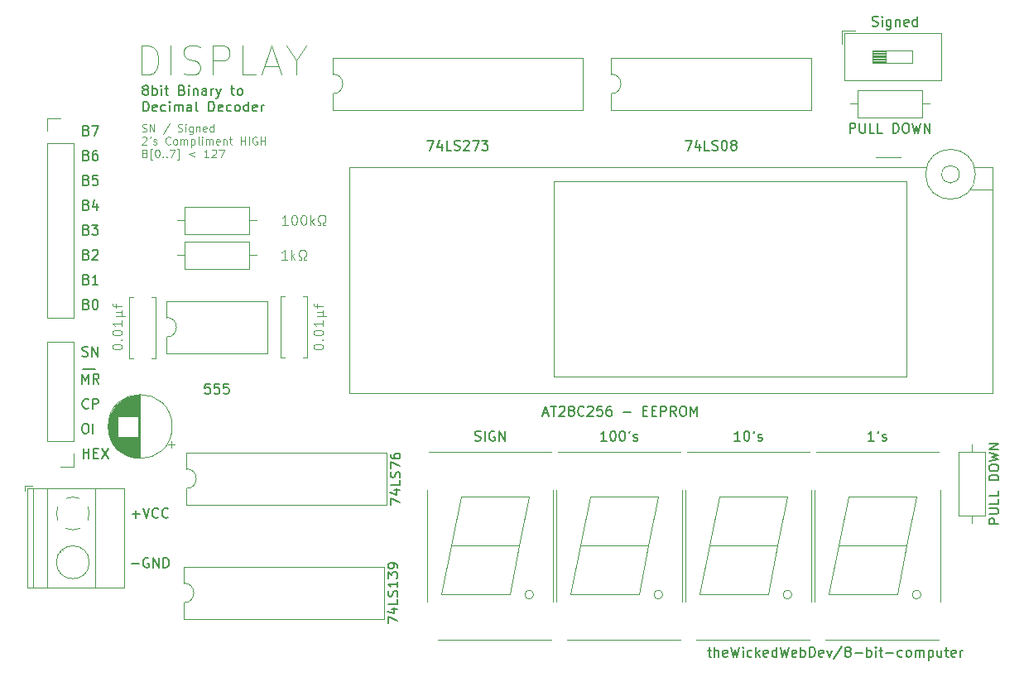
<source format=gbr>
%TF.GenerationSoftware,KiCad,Pcbnew,(5.1.9-0-10_14)*%
%TF.CreationDate,2021-06-28T20:13:29-04:00*%
%TF.ProjectId,DISPLAY,44495350-4c41-4592-9e6b-696361645f70,rev?*%
%TF.SameCoordinates,Original*%
%TF.FileFunction,Legend,Top*%
%TF.FilePolarity,Positive*%
%FSLAX46Y46*%
G04 Gerber Fmt 4.6, Leading zero omitted, Abs format (unit mm)*
G04 Created by KiCad (PCBNEW (5.1.9-0-10_14)) date 2021-06-28 20:13:29*
%MOMM*%
%LPD*%
G01*
G04 APERTURE LIST*
%ADD10C,0.150000*%
%ADD11C,0.100000*%
%ADD12C,0.120000*%
G04 APERTURE END LIST*
D10*
X167608761Y-20010380D02*
X167608761Y-19010380D01*
X167989714Y-19010380D01*
X168084952Y-19058000D01*
X168132571Y-19105619D01*
X168180190Y-19200857D01*
X168180190Y-19343714D01*
X168132571Y-19438952D01*
X168084952Y-19486571D01*
X167989714Y-19534190D01*
X167608761Y-19534190D01*
X168608761Y-19010380D02*
X168608761Y-19819904D01*
X168656380Y-19915142D01*
X168704000Y-19962761D01*
X168799238Y-20010380D01*
X168989714Y-20010380D01*
X169084952Y-19962761D01*
X169132571Y-19915142D01*
X169180190Y-19819904D01*
X169180190Y-19010380D01*
X170132571Y-20010380D02*
X169656380Y-20010380D01*
X169656380Y-19010380D01*
X170942095Y-20010380D02*
X170465904Y-20010380D01*
X170465904Y-19010380D01*
X172037333Y-20010380D02*
X172037333Y-19010380D01*
X172275428Y-19010380D01*
X172418285Y-19058000D01*
X172513523Y-19153238D01*
X172561142Y-19248476D01*
X172608761Y-19438952D01*
X172608761Y-19581809D01*
X172561142Y-19772285D01*
X172513523Y-19867523D01*
X172418285Y-19962761D01*
X172275428Y-20010380D01*
X172037333Y-20010380D01*
X173227809Y-19010380D02*
X173418285Y-19010380D01*
X173513523Y-19058000D01*
X173608761Y-19153238D01*
X173656380Y-19343714D01*
X173656380Y-19677047D01*
X173608761Y-19867523D01*
X173513523Y-19962761D01*
X173418285Y-20010380D01*
X173227809Y-20010380D01*
X173132571Y-19962761D01*
X173037333Y-19867523D01*
X172989714Y-19677047D01*
X172989714Y-19343714D01*
X173037333Y-19153238D01*
X173132571Y-19058000D01*
X173227809Y-19010380D01*
X173989714Y-19010380D02*
X174227809Y-20010380D01*
X174418285Y-19296095D01*
X174608761Y-20010380D01*
X174846857Y-19010380D01*
X175227809Y-20010380D02*
X175227809Y-19010380D01*
X175799238Y-20010380D01*
X175799238Y-19010380D01*
X89209714Y-53284380D02*
X89209714Y-52284380D01*
X89209714Y-52760571D02*
X89781142Y-52760571D01*
X89781142Y-53284380D02*
X89781142Y-52284380D01*
X90257333Y-52760571D02*
X90590666Y-52760571D01*
X90733523Y-53284380D02*
X90257333Y-53284380D01*
X90257333Y-52284380D01*
X90733523Y-52284380D01*
X91066857Y-52284380D02*
X91733523Y-53284380D01*
X91733523Y-52284380D02*
X91066857Y-53284380D01*
X182824380Y-59975238D02*
X181824380Y-59975238D01*
X181824380Y-59594285D01*
X181872000Y-59499047D01*
X181919619Y-59451428D01*
X182014857Y-59403809D01*
X182157714Y-59403809D01*
X182252952Y-59451428D01*
X182300571Y-59499047D01*
X182348190Y-59594285D01*
X182348190Y-59975238D01*
X181824380Y-58975238D02*
X182633904Y-58975238D01*
X182729142Y-58927619D01*
X182776761Y-58880000D01*
X182824380Y-58784761D01*
X182824380Y-58594285D01*
X182776761Y-58499047D01*
X182729142Y-58451428D01*
X182633904Y-58403809D01*
X181824380Y-58403809D01*
X182824380Y-57451428D02*
X182824380Y-57927619D01*
X181824380Y-57927619D01*
X182824380Y-56641904D02*
X182824380Y-57118095D01*
X181824380Y-57118095D01*
X182824380Y-55546666D02*
X181824380Y-55546666D01*
X181824380Y-55308571D01*
X181872000Y-55165714D01*
X181967238Y-55070476D01*
X182062476Y-55022857D01*
X182252952Y-54975238D01*
X182395809Y-54975238D01*
X182586285Y-55022857D01*
X182681523Y-55070476D01*
X182776761Y-55165714D01*
X182824380Y-55308571D01*
X182824380Y-55546666D01*
X181824380Y-54356190D02*
X181824380Y-54165714D01*
X181872000Y-54070476D01*
X181967238Y-53975238D01*
X182157714Y-53927619D01*
X182491047Y-53927619D01*
X182681523Y-53975238D01*
X182776761Y-54070476D01*
X182824380Y-54165714D01*
X182824380Y-54356190D01*
X182776761Y-54451428D01*
X182681523Y-54546666D01*
X182491047Y-54594285D01*
X182157714Y-54594285D01*
X181967238Y-54546666D01*
X181872000Y-54451428D01*
X181824380Y-54356190D01*
X181824380Y-53594285D02*
X182824380Y-53356190D01*
X182110095Y-53165714D01*
X182824380Y-52975238D01*
X181824380Y-52737142D01*
X182824380Y-52356190D02*
X181824380Y-52356190D01*
X182824380Y-51784761D01*
X181824380Y-51784761D01*
X169902476Y-9040761D02*
X170045333Y-9088380D01*
X170283428Y-9088380D01*
X170378666Y-9040761D01*
X170426285Y-8993142D01*
X170473904Y-8897904D01*
X170473904Y-8802666D01*
X170426285Y-8707428D01*
X170378666Y-8659809D01*
X170283428Y-8612190D01*
X170092952Y-8564571D01*
X169997714Y-8516952D01*
X169950095Y-8469333D01*
X169902476Y-8374095D01*
X169902476Y-8278857D01*
X169950095Y-8183619D01*
X169997714Y-8136000D01*
X170092952Y-8088380D01*
X170331047Y-8088380D01*
X170473904Y-8136000D01*
X170902476Y-9088380D02*
X170902476Y-8421714D01*
X170902476Y-8088380D02*
X170854857Y-8136000D01*
X170902476Y-8183619D01*
X170950095Y-8136000D01*
X170902476Y-8088380D01*
X170902476Y-8183619D01*
X171807238Y-8421714D02*
X171807238Y-9231238D01*
X171759619Y-9326476D01*
X171712000Y-9374095D01*
X171616761Y-9421714D01*
X171473904Y-9421714D01*
X171378666Y-9374095D01*
X171807238Y-9040761D02*
X171712000Y-9088380D01*
X171521523Y-9088380D01*
X171426285Y-9040761D01*
X171378666Y-8993142D01*
X171331047Y-8897904D01*
X171331047Y-8612190D01*
X171378666Y-8516952D01*
X171426285Y-8469333D01*
X171521523Y-8421714D01*
X171712000Y-8421714D01*
X171807238Y-8469333D01*
X172283428Y-8421714D02*
X172283428Y-9088380D01*
X172283428Y-8516952D02*
X172331047Y-8469333D01*
X172426285Y-8421714D01*
X172569142Y-8421714D01*
X172664380Y-8469333D01*
X172712000Y-8564571D01*
X172712000Y-9088380D01*
X173569142Y-9040761D02*
X173473904Y-9088380D01*
X173283428Y-9088380D01*
X173188190Y-9040761D01*
X173140571Y-8945523D01*
X173140571Y-8564571D01*
X173188190Y-8469333D01*
X173283428Y-8421714D01*
X173473904Y-8421714D01*
X173569142Y-8469333D01*
X173616761Y-8564571D01*
X173616761Y-8659809D01*
X173140571Y-8755047D01*
X174473904Y-9088380D02*
X174473904Y-8088380D01*
X174473904Y-9040761D02*
X174378666Y-9088380D01*
X174188190Y-9088380D01*
X174092952Y-9040761D01*
X174045333Y-8993142D01*
X173997714Y-8897904D01*
X173997714Y-8612190D01*
X174045333Y-8516952D01*
X174092952Y-8469333D01*
X174188190Y-8421714D01*
X174378666Y-8421714D01*
X174473904Y-8469333D01*
D11*
X95213380Y-19851809D02*
X95327666Y-19889904D01*
X95518142Y-19889904D01*
X95594333Y-19851809D01*
X95632428Y-19813714D01*
X95670523Y-19737523D01*
X95670523Y-19661333D01*
X95632428Y-19585142D01*
X95594333Y-19547047D01*
X95518142Y-19508952D01*
X95365761Y-19470857D01*
X95289571Y-19432761D01*
X95251476Y-19394666D01*
X95213380Y-19318476D01*
X95213380Y-19242285D01*
X95251476Y-19166095D01*
X95289571Y-19128000D01*
X95365761Y-19089904D01*
X95556238Y-19089904D01*
X95670523Y-19128000D01*
X96013380Y-19889904D02*
X96013380Y-19089904D01*
X96470523Y-19889904D01*
X96470523Y-19089904D01*
X98032428Y-19051809D02*
X97346714Y-20080380D01*
X98870523Y-19851809D02*
X98984809Y-19889904D01*
X99175285Y-19889904D01*
X99251476Y-19851809D01*
X99289571Y-19813714D01*
X99327666Y-19737523D01*
X99327666Y-19661333D01*
X99289571Y-19585142D01*
X99251476Y-19547047D01*
X99175285Y-19508952D01*
X99022904Y-19470857D01*
X98946714Y-19432761D01*
X98908619Y-19394666D01*
X98870523Y-19318476D01*
X98870523Y-19242285D01*
X98908619Y-19166095D01*
X98946714Y-19128000D01*
X99022904Y-19089904D01*
X99213380Y-19089904D01*
X99327666Y-19128000D01*
X99670523Y-19889904D02*
X99670523Y-19356571D01*
X99670523Y-19089904D02*
X99632428Y-19128000D01*
X99670523Y-19166095D01*
X99708619Y-19128000D01*
X99670523Y-19089904D01*
X99670523Y-19166095D01*
X100394333Y-19356571D02*
X100394333Y-20004190D01*
X100356238Y-20080380D01*
X100318142Y-20118476D01*
X100241952Y-20156571D01*
X100127666Y-20156571D01*
X100051476Y-20118476D01*
X100394333Y-19851809D02*
X100318142Y-19889904D01*
X100165761Y-19889904D01*
X100089571Y-19851809D01*
X100051476Y-19813714D01*
X100013380Y-19737523D01*
X100013380Y-19508952D01*
X100051476Y-19432761D01*
X100089571Y-19394666D01*
X100165761Y-19356571D01*
X100318142Y-19356571D01*
X100394333Y-19394666D01*
X100775285Y-19356571D02*
X100775285Y-19889904D01*
X100775285Y-19432761D02*
X100813380Y-19394666D01*
X100889571Y-19356571D01*
X101003857Y-19356571D01*
X101080047Y-19394666D01*
X101118142Y-19470857D01*
X101118142Y-19889904D01*
X101803857Y-19851809D02*
X101727666Y-19889904D01*
X101575285Y-19889904D01*
X101499095Y-19851809D01*
X101461000Y-19775619D01*
X101461000Y-19470857D01*
X101499095Y-19394666D01*
X101575285Y-19356571D01*
X101727666Y-19356571D01*
X101803857Y-19394666D01*
X101841952Y-19470857D01*
X101841952Y-19547047D01*
X101461000Y-19623238D01*
X102527666Y-19889904D02*
X102527666Y-19089904D01*
X102527666Y-19851809D02*
X102451476Y-19889904D01*
X102299095Y-19889904D01*
X102222904Y-19851809D01*
X102184809Y-19813714D01*
X102146714Y-19737523D01*
X102146714Y-19508952D01*
X102184809Y-19432761D01*
X102222904Y-19394666D01*
X102299095Y-19356571D01*
X102451476Y-19356571D01*
X102527666Y-19394666D01*
X95213380Y-20466095D02*
X95251476Y-20428000D01*
X95327666Y-20389904D01*
X95518142Y-20389904D01*
X95594333Y-20428000D01*
X95632428Y-20466095D01*
X95670523Y-20542285D01*
X95670523Y-20618476D01*
X95632428Y-20732761D01*
X95175285Y-21189904D01*
X95670523Y-21189904D01*
X96051476Y-20389904D02*
X96051476Y-20428000D01*
X96013380Y-20504190D01*
X95975285Y-20542285D01*
X96356238Y-21151809D02*
X96432428Y-21189904D01*
X96584809Y-21189904D01*
X96661000Y-21151809D01*
X96699095Y-21075619D01*
X96699095Y-21037523D01*
X96661000Y-20961333D01*
X96584809Y-20923238D01*
X96470523Y-20923238D01*
X96394333Y-20885142D01*
X96356238Y-20808952D01*
X96356238Y-20770857D01*
X96394333Y-20694666D01*
X96470523Y-20656571D01*
X96584809Y-20656571D01*
X96661000Y-20694666D01*
X98108619Y-21113714D02*
X98070523Y-21151809D01*
X97956238Y-21189904D01*
X97880047Y-21189904D01*
X97765761Y-21151809D01*
X97689571Y-21075619D01*
X97651476Y-20999428D01*
X97613380Y-20847047D01*
X97613380Y-20732761D01*
X97651476Y-20580380D01*
X97689571Y-20504190D01*
X97765761Y-20428000D01*
X97880047Y-20389904D01*
X97956238Y-20389904D01*
X98070523Y-20428000D01*
X98108619Y-20466095D01*
X98565761Y-21189904D02*
X98489571Y-21151809D01*
X98451476Y-21113714D01*
X98413380Y-21037523D01*
X98413380Y-20808952D01*
X98451476Y-20732761D01*
X98489571Y-20694666D01*
X98565761Y-20656571D01*
X98680047Y-20656571D01*
X98756238Y-20694666D01*
X98794333Y-20732761D01*
X98832428Y-20808952D01*
X98832428Y-21037523D01*
X98794333Y-21113714D01*
X98756238Y-21151809D01*
X98680047Y-21189904D01*
X98565761Y-21189904D01*
X99175285Y-21189904D02*
X99175285Y-20656571D01*
X99175285Y-20732761D02*
X99213380Y-20694666D01*
X99289571Y-20656571D01*
X99403857Y-20656571D01*
X99480047Y-20694666D01*
X99518142Y-20770857D01*
X99518142Y-21189904D01*
X99518142Y-20770857D02*
X99556238Y-20694666D01*
X99632428Y-20656571D01*
X99746714Y-20656571D01*
X99822904Y-20694666D01*
X99861000Y-20770857D01*
X99861000Y-21189904D01*
X100241952Y-20656571D02*
X100241952Y-21456571D01*
X100241952Y-20694666D02*
X100318142Y-20656571D01*
X100470523Y-20656571D01*
X100546714Y-20694666D01*
X100584809Y-20732761D01*
X100622904Y-20808952D01*
X100622904Y-21037523D01*
X100584809Y-21113714D01*
X100546714Y-21151809D01*
X100470523Y-21189904D01*
X100318142Y-21189904D01*
X100241952Y-21151809D01*
X101080047Y-21189904D02*
X101003857Y-21151809D01*
X100965761Y-21075619D01*
X100965761Y-20389904D01*
X101384809Y-21189904D02*
X101384809Y-20656571D01*
X101384809Y-20389904D02*
X101346714Y-20428000D01*
X101384809Y-20466095D01*
X101422904Y-20428000D01*
X101384809Y-20389904D01*
X101384809Y-20466095D01*
X101765761Y-21189904D02*
X101765761Y-20656571D01*
X101765761Y-20732761D02*
X101803857Y-20694666D01*
X101880047Y-20656571D01*
X101994333Y-20656571D01*
X102070523Y-20694666D01*
X102108619Y-20770857D01*
X102108619Y-21189904D01*
X102108619Y-20770857D02*
X102146714Y-20694666D01*
X102222904Y-20656571D01*
X102337190Y-20656571D01*
X102413380Y-20694666D01*
X102451476Y-20770857D01*
X102451476Y-21189904D01*
X103137190Y-21151809D02*
X103061000Y-21189904D01*
X102908619Y-21189904D01*
X102832428Y-21151809D01*
X102794333Y-21075619D01*
X102794333Y-20770857D01*
X102832428Y-20694666D01*
X102908619Y-20656571D01*
X103061000Y-20656571D01*
X103137190Y-20694666D01*
X103175285Y-20770857D01*
X103175285Y-20847047D01*
X102794333Y-20923238D01*
X103518142Y-20656571D02*
X103518142Y-21189904D01*
X103518142Y-20732761D02*
X103556238Y-20694666D01*
X103632428Y-20656571D01*
X103746714Y-20656571D01*
X103822904Y-20694666D01*
X103861000Y-20770857D01*
X103861000Y-21189904D01*
X104127666Y-20656571D02*
X104432428Y-20656571D01*
X104241952Y-20389904D02*
X104241952Y-21075619D01*
X104280047Y-21151809D01*
X104356238Y-21189904D01*
X104432428Y-21189904D01*
X105308619Y-21189904D02*
X105308619Y-20389904D01*
X105308619Y-20770857D02*
X105765761Y-20770857D01*
X105765761Y-21189904D02*
X105765761Y-20389904D01*
X106146714Y-21189904D02*
X106146714Y-20389904D01*
X106946714Y-20428000D02*
X106870523Y-20389904D01*
X106756238Y-20389904D01*
X106641952Y-20428000D01*
X106565761Y-20504190D01*
X106527666Y-20580380D01*
X106489571Y-20732761D01*
X106489571Y-20847047D01*
X106527666Y-20999428D01*
X106565761Y-21075619D01*
X106641952Y-21151809D01*
X106756238Y-21189904D01*
X106832428Y-21189904D01*
X106946714Y-21151809D01*
X106984809Y-21113714D01*
X106984809Y-20847047D01*
X106832428Y-20847047D01*
X107327666Y-21189904D02*
X107327666Y-20389904D01*
X107327666Y-20770857D02*
X107784809Y-20770857D01*
X107784809Y-21189904D02*
X107784809Y-20389904D01*
X95518142Y-22070857D02*
X95632428Y-22108952D01*
X95670523Y-22147047D01*
X95708619Y-22223238D01*
X95708619Y-22337523D01*
X95670523Y-22413714D01*
X95632428Y-22451809D01*
X95556238Y-22489904D01*
X95251476Y-22489904D01*
X95251476Y-21689904D01*
X95518142Y-21689904D01*
X95594333Y-21728000D01*
X95632428Y-21766095D01*
X95670523Y-21842285D01*
X95670523Y-21918476D01*
X95632428Y-21994666D01*
X95594333Y-22032761D01*
X95518142Y-22070857D01*
X95251476Y-22070857D01*
X96280047Y-22756571D02*
X96089571Y-22756571D01*
X96089571Y-21613714D01*
X96280047Y-21613714D01*
X96737190Y-21689904D02*
X96813380Y-21689904D01*
X96889571Y-21728000D01*
X96927666Y-21766095D01*
X96965761Y-21842285D01*
X97003857Y-21994666D01*
X97003857Y-22185142D01*
X96965761Y-22337523D01*
X96927666Y-22413714D01*
X96889571Y-22451809D01*
X96813380Y-22489904D01*
X96737190Y-22489904D01*
X96661000Y-22451809D01*
X96622904Y-22413714D01*
X96584809Y-22337523D01*
X96546714Y-22185142D01*
X96546714Y-21994666D01*
X96584809Y-21842285D01*
X96622904Y-21766095D01*
X96661000Y-21728000D01*
X96737190Y-21689904D01*
X97346714Y-22413714D02*
X97384809Y-22451809D01*
X97346714Y-22489904D01*
X97308619Y-22451809D01*
X97346714Y-22413714D01*
X97346714Y-22489904D01*
X97727666Y-22413714D02*
X97765761Y-22451809D01*
X97727666Y-22489904D01*
X97689571Y-22451809D01*
X97727666Y-22413714D01*
X97727666Y-22489904D01*
X98032428Y-21689904D02*
X98565761Y-21689904D01*
X98222904Y-22489904D01*
X98794333Y-22756571D02*
X98984809Y-22756571D01*
X98984809Y-21613714D01*
X98794333Y-21613714D01*
X100622904Y-21956571D02*
X100013380Y-22185142D01*
X100622904Y-22413714D01*
X102032428Y-22489904D02*
X101575285Y-22489904D01*
X101803857Y-22489904D02*
X101803857Y-21689904D01*
X101727666Y-21804190D01*
X101651476Y-21880380D01*
X101575285Y-21918476D01*
X102337190Y-21766095D02*
X102375285Y-21728000D01*
X102451476Y-21689904D01*
X102641952Y-21689904D01*
X102718142Y-21728000D01*
X102756238Y-21766095D01*
X102794333Y-21842285D01*
X102794333Y-21918476D01*
X102756238Y-22032761D01*
X102299095Y-22489904D01*
X102794333Y-22489904D01*
X103061000Y-21689904D02*
X103594333Y-21689904D01*
X103251476Y-22489904D01*
D10*
X89154000Y-44196000D02*
X90424000Y-44196000D01*
D11*
X92162380Y-41925619D02*
X92162380Y-41830380D01*
X92210000Y-41735142D01*
X92257619Y-41687523D01*
X92352857Y-41639904D01*
X92543333Y-41592285D01*
X92781428Y-41592285D01*
X92971904Y-41639904D01*
X93067142Y-41687523D01*
X93114761Y-41735142D01*
X93162380Y-41830380D01*
X93162380Y-41925619D01*
X93114761Y-42020857D01*
X93067142Y-42068476D01*
X92971904Y-42116095D01*
X92781428Y-42163714D01*
X92543333Y-42163714D01*
X92352857Y-42116095D01*
X92257619Y-42068476D01*
X92210000Y-42020857D01*
X92162380Y-41925619D01*
X93067142Y-41163714D02*
X93114761Y-41116095D01*
X93162380Y-41163714D01*
X93114761Y-41211333D01*
X93067142Y-41163714D01*
X93162380Y-41163714D01*
X92162380Y-40497047D02*
X92162380Y-40401809D01*
X92210000Y-40306571D01*
X92257619Y-40258952D01*
X92352857Y-40211333D01*
X92543333Y-40163714D01*
X92781428Y-40163714D01*
X92971904Y-40211333D01*
X93067142Y-40258952D01*
X93114761Y-40306571D01*
X93162380Y-40401809D01*
X93162380Y-40497047D01*
X93114761Y-40592285D01*
X93067142Y-40639904D01*
X92971904Y-40687523D01*
X92781428Y-40735142D01*
X92543333Y-40735142D01*
X92352857Y-40687523D01*
X92257619Y-40639904D01*
X92210000Y-40592285D01*
X92162380Y-40497047D01*
X93162380Y-39211333D02*
X93162380Y-39782761D01*
X93162380Y-39497047D02*
X92162380Y-39497047D01*
X92305238Y-39592285D01*
X92400476Y-39687523D01*
X92448095Y-39782761D01*
X92495714Y-38782761D02*
X93495714Y-38782761D01*
X93019523Y-38306571D02*
X93114761Y-38258952D01*
X93162380Y-38163714D01*
X93019523Y-38782761D02*
X93114761Y-38735142D01*
X93162380Y-38639904D01*
X93162380Y-38449428D01*
X93114761Y-38354190D01*
X93019523Y-38306571D01*
X92495714Y-38306571D01*
X92495714Y-37878000D02*
X92495714Y-37497047D01*
X93162380Y-37735142D02*
X92305238Y-37735142D01*
X92210000Y-37687523D01*
X92162380Y-37592285D01*
X92162380Y-37497047D01*
X112736380Y-41925619D02*
X112736380Y-41830380D01*
X112784000Y-41735142D01*
X112831619Y-41687523D01*
X112926857Y-41639904D01*
X113117333Y-41592285D01*
X113355428Y-41592285D01*
X113545904Y-41639904D01*
X113641142Y-41687523D01*
X113688761Y-41735142D01*
X113736380Y-41830380D01*
X113736380Y-41925619D01*
X113688761Y-42020857D01*
X113641142Y-42068476D01*
X113545904Y-42116095D01*
X113355428Y-42163714D01*
X113117333Y-42163714D01*
X112926857Y-42116095D01*
X112831619Y-42068476D01*
X112784000Y-42020857D01*
X112736380Y-41925619D01*
X113641142Y-41163714D02*
X113688761Y-41116095D01*
X113736380Y-41163714D01*
X113688761Y-41211333D01*
X113641142Y-41163714D01*
X113736380Y-41163714D01*
X112736380Y-40497047D02*
X112736380Y-40401809D01*
X112784000Y-40306571D01*
X112831619Y-40258952D01*
X112926857Y-40211333D01*
X113117333Y-40163714D01*
X113355428Y-40163714D01*
X113545904Y-40211333D01*
X113641142Y-40258952D01*
X113688761Y-40306571D01*
X113736380Y-40401809D01*
X113736380Y-40497047D01*
X113688761Y-40592285D01*
X113641142Y-40639904D01*
X113545904Y-40687523D01*
X113355428Y-40735142D01*
X113117333Y-40735142D01*
X112926857Y-40687523D01*
X112831619Y-40639904D01*
X112784000Y-40592285D01*
X112736380Y-40497047D01*
X113736380Y-39211333D02*
X113736380Y-39782761D01*
X113736380Y-39497047D02*
X112736380Y-39497047D01*
X112879238Y-39592285D01*
X112974476Y-39687523D01*
X113022095Y-39782761D01*
X113069714Y-38782761D02*
X114069714Y-38782761D01*
X113593523Y-38306571D02*
X113688761Y-38258952D01*
X113736380Y-38163714D01*
X113593523Y-38782761D02*
X113688761Y-38735142D01*
X113736380Y-38639904D01*
X113736380Y-38449428D01*
X113688761Y-38354190D01*
X113593523Y-38306571D01*
X113069714Y-38306571D01*
X113069714Y-37878000D02*
X113069714Y-37497047D01*
X113736380Y-37735142D02*
X112879238Y-37735142D01*
X112784000Y-37687523D01*
X112736380Y-37592285D01*
X112736380Y-37497047D01*
X110053523Y-32964380D02*
X109482095Y-32964380D01*
X109767809Y-32964380D02*
X109767809Y-31964380D01*
X109672571Y-32107238D01*
X109577333Y-32202476D01*
X109482095Y-32250095D01*
X110482095Y-32964380D02*
X110482095Y-31964380D01*
X110577333Y-32583428D02*
X110863047Y-32964380D01*
X110863047Y-32297714D02*
X110482095Y-32678666D01*
X111244000Y-32964380D02*
X111482095Y-32964380D01*
X111482095Y-32773904D01*
X111386857Y-32726285D01*
X111291619Y-32631047D01*
X111244000Y-32488190D01*
X111244000Y-32250095D01*
X111291619Y-32107238D01*
X111386857Y-32012000D01*
X111529714Y-31964380D01*
X111720190Y-31964380D01*
X111863047Y-32012000D01*
X111958285Y-32107238D01*
X112005904Y-32250095D01*
X112005904Y-32488190D01*
X111958285Y-32631047D01*
X111863047Y-32726285D01*
X111767809Y-32773904D01*
X111767809Y-32964380D01*
X112005904Y-32964380D01*
X110117142Y-29408380D02*
X109545714Y-29408380D01*
X109831428Y-29408380D02*
X109831428Y-28408380D01*
X109736190Y-28551238D01*
X109640952Y-28646476D01*
X109545714Y-28694095D01*
X110736190Y-28408380D02*
X110831428Y-28408380D01*
X110926666Y-28456000D01*
X110974285Y-28503619D01*
X111021904Y-28598857D01*
X111069523Y-28789333D01*
X111069523Y-29027428D01*
X111021904Y-29217904D01*
X110974285Y-29313142D01*
X110926666Y-29360761D01*
X110831428Y-29408380D01*
X110736190Y-29408380D01*
X110640952Y-29360761D01*
X110593333Y-29313142D01*
X110545714Y-29217904D01*
X110498095Y-29027428D01*
X110498095Y-28789333D01*
X110545714Y-28598857D01*
X110593333Y-28503619D01*
X110640952Y-28456000D01*
X110736190Y-28408380D01*
X111688571Y-28408380D02*
X111783809Y-28408380D01*
X111879047Y-28456000D01*
X111926666Y-28503619D01*
X111974285Y-28598857D01*
X112021904Y-28789333D01*
X112021904Y-29027428D01*
X111974285Y-29217904D01*
X111926666Y-29313142D01*
X111879047Y-29360761D01*
X111783809Y-29408380D01*
X111688571Y-29408380D01*
X111593333Y-29360761D01*
X111545714Y-29313142D01*
X111498095Y-29217904D01*
X111450476Y-29027428D01*
X111450476Y-28789333D01*
X111498095Y-28598857D01*
X111545714Y-28503619D01*
X111593333Y-28456000D01*
X111688571Y-28408380D01*
X112450476Y-29408380D02*
X112450476Y-28408380D01*
X112545714Y-29027428D02*
X112831428Y-29408380D01*
X112831428Y-28741714D02*
X112450476Y-29122666D01*
X113212380Y-29408380D02*
X113450476Y-29408380D01*
X113450476Y-29217904D01*
X113355238Y-29170285D01*
X113260000Y-29075047D01*
X113212380Y-28932190D01*
X113212380Y-28694095D01*
X113260000Y-28551238D01*
X113355238Y-28456000D01*
X113498095Y-28408380D01*
X113688571Y-28408380D01*
X113831428Y-28456000D01*
X113926666Y-28551238D01*
X113974285Y-28694095D01*
X113974285Y-28932190D01*
X113926666Y-29075047D01*
X113831428Y-29170285D01*
X113736190Y-29217904D01*
X113736190Y-29408380D01*
X113974285Y-29408380D01*
D10*
X89106476Y-42822761D02*
X89249333Y-42870380D01*
X89487428Y-42870380D01*
X89582666Y-42822761D01*
X89630285Y-42775142D01*
X89677904Y-42679904D01*
X89677904Y-42584666D01*
X89630285Y-42489428D01*
X89582666Y-42441809D01*
X89487428Y-42394190D01*
X89296952Y-42346571D01*
X89201714Y-42298952D01*
X89154095Y-42251333D01*
X89106476Y-42156095D01*
X89106476Y-42060857D01*
X89154095Y-41965619D01*
X89201714Y-41918000D01*
X89296952Y-41870380D01*
X89535047Y-41870380D01*
X89677904Y-41918000D01*
X90106476Y-42870380D02*
X90106476Y-41870380D01*
X90677904Y-42870380D01*
X90677904Y-41870380D01*
X150773142Y-20788380D02*
X151439809Y-20788380D01*
X151011238Y-21788380D01*
X152249333Y-21121714D02*
X152249333Y-21788380D01*
X152011238Y-20740761D02*
X151773142Y-21455047D01*
X152392190Y-21455047D01*
X153249333Y-21788380D02*
X152773142Y-21788380D01*
X152773142Y-20788380D01*
X153535047Y-21740761D02*
X153677904Y-21788380D01*
X153916000Y-21788380D01*
X154011238Y-21740761D01*
X154058857Y-21693142D01*
X154106476Y-21597904D01*
X154106476Y-21502666D01*
X154058857Y-21407428D01*
X154011238Y-21359809D01*
X153916000Y-21312190D01*
X153725523Y-21264571D01*
X153630285Y-21216952D01*
X153582666Y-21169333D01*
X153535047Y-21074095D01*
X153535047Y-20978857D01*
X153582666Y-20883619D01*
X153630285Y-20836000D01*
X153725523Y-20788380D01*
X153963619Y-20788380D01*
X154106476Y-20836000D01*
X154725523Y-20788380D02*
X154820761Y-20788380D01*
X154916000Y-20836000D01*
X154963619Y-20883619D01*
X155011238Y-20978857D01*
X155058857Y-21169333D01*
X155058857Y-21407428D01*
X155011238Y-21597904D01*
X154963619Y-21693142D01*
X154916000Y-21740761D01*
X154820761Y-21788380D01*
X154725523Y-21788380D01*
X154630285Y-21740761D01*
X154582666Y-21693142D01*
X154535047Y-21597904D01*
X154487428Y-21407428D01*
X154487428Y-21169333D01*
X154535047Y-20978857D01*
X154582666Y-20883619D01*
X154630285Y-20836000D01*
X154725523Y-20788380D01*
X155630285Y-21216952D02*
X155535047Y-21169333D01*
X155487428Y-21121714D01*
X155439809Y-21026476D01*
X155439809Y-20978857D01*
X155487428Y-20883619D01*
X155535047Y-20836000D01*
X155630285Y-20788380D01*
X155820761Y-20788380D01*
X155916000Y-20836000D01*
X155963619Y-20883619D01*
X156011238Y-20978857D01*
X156011238Y-21026476D01*
X155963619Y-21121714D01*
X155916000Y-21169333D01*
X155820761Y-21216952D01*
X155630285Y-21216952D01*
X155535047Y-21264571D01*
X155487428Y-21312190D01*
X155439809Y-21407428D01*
X155439809Y-21597904D01*
X155487428Y-21693142D01*
X155535047Y-21740761D01*
X155630285Y-21788380D01*
X155820761Y-21788380D01*
X155916000Y-21740761D01*
X155963619Y-21693142D01*
X156011238Y-21597904D01*
X156011238Y-21407428D01*
X155963619Y-21312190D01*
X155916000Y-21264571D01*
X155820761Y-21216952D01*
X124388952Y-20788380D02*
X125055619Y-20788380D01*
X124627047Y-21788380D01*
X125865142Y-21121714D02*
X125865142Y-21788380D01*
X125627047Y-20740761D02*
X125388952Y-21455047D01*
X126008000Y-21455047D01*
X126865142Y-21788380D02*
X126388952Y-21788380D01*
X126388952Y-20788380D01*
X127150857Y-21740761D02*
X127293714Y-21788380D01*
X127531809Y-21788380D01*
X127627047Y-21740761D01*
X127674666Y-21693142D01*
X127722285Y-21597904D01*
X127722285Y-21502666D01*
X127674666Y-21407428D01*
X127627047Y-21359809D01*
X127531809Y-21312190D01*
X127341333Y-21264571D01*
X127246095Y-21216952D01*
X127198476Y-21169333D01*
X127150857Y-21074095D01*
X127150857Y-20978857D01*
X127198476Y-20883619D01*
X127246095Y-20836000D01*
X127341333Y-20788380D01*
X127579428Y-20788380D01*
X127722285Y-20836000D01*
X128103238Y-20883619D02*
X128150857Y-20836000D01*
X128246095Y-20788380D01*
X128484190Y-20788380D01*
X128579428Y-20836000D01*
X128627047Y-20883619D01*
X128674666Y-20978857D01*
X128674666Y-21074095D01*
X128627047Y-21216952D01*
X128055619Y-21788380D01*
X128674666Y-21788380D01*
X129008000Y-20788380D02*
X129674666Y-20788380D01*
X129246095Y-21788380D01*
X129960380Y-20788380D02*
X130579428Y-20788380D01*
X130246095Y-21169333D01*
X130388952Y-21169333D01*
X130484190Y-21216952D01*
X130531809Y-21264571D01*
X130579428Y-21359809D01*
X130579428Y-21597904D01*
X130531809Y-21693142D01*
X130484190Y-21740761D01*
X130388952Y-21788380D01*
X130103238Y-21788380D01*
X130008000Y-21740761D01*
X129960380Y-21693142D01*
X89725523Y-48109142D02*
X89677904Y-48156761D01*
X89535047Y-48204380D01*
X89439809Y-48204380D01*
X89296952Y-48156761D01*
X89201714Y-48061523D01*
X89154095Y-47966285D01*
X89106476Y-47775809D01*
X89106476Y-47632952D01*
X89154095Y-47442476D01*
X89201714Y-47347238D01*
X89296952Y-47252000D01*
X89439809Y-47204380D01*
X89535047Y-47204380D01*
X89677904Y-47252000D01*
X89725523Y-47299619D01*
X90154095Y-48204380D02*
X90154095Y-47204380D01*
X90535047Y-47204380D01*
X90630285Y-47252000D01*
X90677904Y-47299619D01*
X90725523Y-47394857D01*
X90725523Y-47537714D01*
X90677904Y-47632952D01*
X90630285Y-47680571D01*
X90535047Y-47728190D01*
X90154095Y-47728190D01*
X89328666Y-49744380D02*
X89519142Y-49744380D01*
X89614380Y-49792000D01*
X89709619Y-49887238D01*
X89757238Y-50077714D01*
X89757238Y-50411047D01*
X89709619Y-50601523D01*
X89614380Y-50696761D01*
X89519142Y-50744380D01*
X89328666Y-50744380D01*
X89233428Y-50696761D01*
X89138190Y-50601523D01*
X89090571Y-50411047D01*
X89090571Y-50077714D01*
X89138190Y-49887238D01*
X89233428Y-49792000D01*
X89328666Y-49744380D01*
X90185809Y-50744380D02*
X90185809Y-49744380D01*
X89082666Y-45664380D02*
X89082666Y-44664380D01*
X89416000Y-45378666D01*
X89749333Y-44664380D01*
X89749333Y-45664380D01*
X90796952Y-45664380D02*
X90463619Y-45188190D01*
X90225523Y-45664380D02*
X90225523Y-44664380D01*
X90606476Y-44664380D01*
X90701714Y-44712000D01*
X90749333Y-44759619D01*
X90796952Y-44854857D01*
X90796952Y-44997714D01*
X90749333Y-45092952D01*
X90701714Y-45140571D01*
X90606476Y-45188190D01*
X90225523Y-45188190D01*
X89511238Y-37520571D02*
X89654095Y-37568190D01*
X89701714Y-37615809D01*
X89749333Y-37711047D01*
X89749333Y-37853904D01*
X89701714Y-37949142D01*
X89654095Y-37996761D01*
X89558857Y-38044380D01*
X89177904Y-38044380D01*
X89177904Y-37044380D01*
X89511238Y-37044380D01*
X89606476Y-37092000D01*
X89654095Y-37139619D01*
X89701714Y-37234857D01*
X89701714Y-37330095D01*
X89654095Y-37425333D01*
X89606476Y-37472952D01*
X89511238Y-37520571D01*
X89177904Y-37520571D01*
X90368380Y-37044380D02*
X90463619Y-37044380D01*
X90558857Y-37092000D01*
X90606476Y-37139619D01*
X90654095Y-37234857D01*
X90701714Y-37425333D01*
X90701714Y-37663428D01*
X90654095Y-37853904D01*
X90606476Y-37949142D01*
X90558857Y-37996761D01*
X90463619Y-38044380D01*
X90368380Y-38044380D01*
X90273142Y-37996761D01*
X90225523Y-37949142D01*
X90177904Y-37853904D01*
X90130285Y-37663428D01*
X90130285Y-37425333D01*
X90177904Y-37234857D01*
X90225523Y-37139619D01*
X90273142Y-37092000D01*
X90368380Y-37044380D01*
X89511238Y-34980571D02*
X89654095Y-35028190D01*
X89701714Y-35075809D01*
X89749333Y-35171047D01*
X89749333Y-35313904D01*
X89701714Y-35409142D01*
X89654095Y-35456761D01*
X89558857Y-35504380D01*
X89177904Y-35504380D01*
X89177904Y-34504380D01*
X89511238Y-34504380D01*
X89606476Y-34552000D01*
X89654095Y-34599619D01*
X89701714Y-34694857D01*
X89701714Y-34790095D01*
X89654095Y-34885333D01*
X89606476Y-34932952D01*
X89511238Y-34980571D01*
X89177904Y-34980571D01*
X90701714Y-35504380D02*
X90130285Y-35504380D01*
X90416000Y-35504380D02*
X90416000Y-34504380D01*
X90320761Y-34647238D01*
X90225523Y-34742476D01*
X90130285Y-34790095D01*
X89511238Y-32440571D02*
X89654095Y-32488190D01*
X89701714Y-32535809D01*
X89749333Y-32631047D01*
X89749333Y-32773904D01*
X89701714Y-32869142D01*
X89654095Y-32916761D01*
X89558857Y-32964380D01*
X89177904Y-32964380D01*
X89177904Y-31964380D01*
X89511238Y-31964380D01*
X89606476Y-32012000D01*
X89654095Y-32059619D01*
X89701714Y-32154857D01*
X89701714Y-32250095D01*
X89654095Y-32345333D01*
X89606476Y-32392952D01*
X89511238Y-32440571D01*
X89177904Y-32440571D01*
X90130285Y-32059619D02*
X90177904Y-32012000D01*
X90273142Y-31964380D01*
X90511238Y-31964380D01*
X90606476Y-32012000D01*
X90654095Y-32059619D01*
X90701714Y-32154857D01*
X90701714Y-32250095D01*
X90654095Y-32392952D01*
X90082666Y-32964380D01*
X90701714Y-32964380D01*
X89511238Y-29900571D02*
X89654095Y-29948190D01*
X89701714Y-29995809D01*
X89749333Y-30091047D01*
X89749333Y-30233904D01*
X89701714Y-30329142D01*
X89654095Y-30376761D01*
X89558857Y-30424380D01*
X89177904Y-30424380D01*
X89177904Y-29424380D01*
X89511238Y-29424380D01*
X89606476Y-29472000D01*
X89654095Y-29519619D01*
X89701714Y-29614857D01*
X89701714Y-29710095D01*
X89654095Y-29805333D01*
X89606476Y-29852952D01*
X89511238Y-29900571D01*
X89177904Y-29900571D01*
X90082666Y-29424380D02*
X90701714Y-29424380D01*
X90368380Y-29805333D01*
X90511238Y-29805333D01*
X90606476Y-29852952D01*
X90654095Y-29900571D01*
X90701714Y-29995809D01*
X90701714Y-30233904D01*
X90654095Y-30329142D01*
X90606476Y-30376761D01*
X90511238Y-30424380D01*
X90225523Y-30424380D01*
X90130285Y-30376761D01*
X90082666Y-30329142D01*
X89511238Y-27360571D02*
X89654095Y-27408190D01*
X89701714Y-27455809D01*
X89749333Y-27551047D01*
X89749333Y-27693904D01*
X89701714Y-27789142D01*
X89654095Y-27836761D01*
X89558857Y-27884380D01*
X89177904Y-27884380D01*
X89177904Y-26884380D01*
X89511238Y-26884380D01*
X89606476Y-26932000D01*
X89654095Y-26979619D01*
X89701714Y-27074857D01*
X89701714Y-27170095D01*
X89654095Y-27265333D01*
X89606476Y-27312952D01*
X89511238Y-27360571D01*
X89177904Y-27360571D01*
X90606476Y-27217714D02*
X90606476Y-27884380D01*
X90368380Y-26836761D02*
X90130285Y-27551047D01*
X90749333Y-27551047D01*
X89511238Y-24820571D02*
X89654095Y-24868190D01*
X89701714Y-24915809D01*
X89749333Y-25011047D01*
X89749333Y-25153904D01*
X89701714Y-25249142D01*
X89654095Y-25296761D01*
X89558857Y-25344380D01*
X89177904Y-25344380D01*
X89177904Y-24344380D01*
X89511238Y-24344380D01*
X89606476Y-24392000D01*
X89654095Y-24439619D01*
X89701714Y-24534857D01*
X89701714Y-24630095D01*
X89654095Y-24725333D01*
X89606476Y-24772952D01*
X89511238Y-24820571D01*
X89177904Y-24820571D01*
X90654095Y-24344380D02*
X90177904Y-24344380D01*
X90130285Y-24820571D01*
X90177904Y-24772952D01*
X90273142Y-24725333D01*
X90511238Y-24725333D01*
X90606476Y-24772952D01*
X90654095Y-24820571D01*
X90701714Y-24915809D01*
X90701714Y-25153904D01*
X90654095Y-25249142D01*
X90606476Y-25296761D01*
X90511238Y-25344380D01*
X90273142Y-25344380D01*
X90177904Y-25296761D01*
X90130285Y-25249142D01*
X89511238Y-22280571D02*
X89654095Y-22328190D01*
X89701714Y-22375809D01*
X89749333Y-22471047D01*
X89749333Y-22613904D01*
X89701714Y-22709142D01*
X89654095Y-22756761D01*
X89558857Y-22804380D01*
X89177904Y-22804380D01*
X89177904Y-21804380D01*
X89511238Y-21804380D01*
X89606476Y-21852000D01*
X89654095Y-21899619D01*
X89701714Y-21994857D01*
X89701714Y-22090095D01*
X89654095Y-22185333D01*
X89606476Y-22232952D01*
X89511238Y-22280571D01*
X89177904Y-22280571D01*
X90606476Y-21804380D02*
X90416000Y-21804380D01*
X90320761Y-21852000D01*
X90273142Y-21899619D01*
X90177904Y-22042476D01*
X90130285Y-22232952D01*
X90130285Y-22613904D01*
X90177904Y-22709142D01*
X90225523Y-22756761D01*
X90320761Y-22804380D01*
X90511238Y-22804380D01*
X90606476Y-22756761D01*
X90654095Y-22709142D01*
X90701714Y-22613904D01*
X90701714Y-22375809D01*
X90654095Y-22280571D01*
X90606476Y-22232952D01*
X90511238Y-22185333D01*
X90320761Y-22185333D01*
X90225523Y-22232952D01*
X90177904Y-22280571D01*
X90130285Y-22375809D01*
X89511238Y-19740571D02*
X89654095Y-19788190D01*
X89701714Y-19835809D01*
X89749333Y-19931047D01*
X89749333Y-20073904D01*
X89701714Y-20169142D01*
X89654095Y-20216761D01*
X89558857Y-20264380D01*
X89177904Y-20264380D01*
X89177904Y-19264380D01*
X89511238Y-19264380D01*
X89606476Y-19312000D01*
X89654095Y-19359619D01*
X89701714Y-19454857D01*
X89701714Y-19550095D01*
X89654095Y-19645333D01*
X89606476Y-19692952D01*
X89511238Y-19740571D01*
X89177904Y-19740571D01*
X90082666Y-19264380D02*
X90749333Y-19264380D01*
X90320761Y-20264380D01*
X102155714Y-45680380D02*
X101679523Y-45680380D01*
X101631904Y-46156571D01*
X101679523Y-46108952D01*
X101774761Y-46061333D01*
X102012857Y-46061333D01*
X102108095Y-46108952D01*
X102155714Y-46156571D01*
X102203333Y-46251809D01*
X102203333Y-46489904D01*
X102155714Y-46585142D01*
X102108095Y-46632761D01*
X102012857Y-46680380D01*
X101774761Y-46680380D01*
X101679523Y-46632761D01*
X101631904Y-46585142D01*
X103108095Y-45680380D02*
X102631904Y-45680380D01*
X102584285Y-46156571D01*
X102631904Y-46108952D01*
X102727142Y-46061333D01*
X102965238Y-46061333D01*
X103060476Y-46108952D01*
X103108095Y-46156571D01*
X103155714Y-46251809D01*
X103155714Y-46489904D01*
X103108095Y-46585142D01*
X103060476Y-46632761D01*
X102965238Y-46680380D01*
X102727142Y-46680380D01*
X102631904Y-46632761D01*
X102584285Y-46585142D01*
X104060476Y-45680380D02*
X103584285Y-45680380D01*
X103536666Y-46156571D01*
X103584285Y-46108952D01*
X103679523Y-46061333D01*
X103917619Y-46061333D01*
X104012857Y-46108952D01*
X104060476Y-46156571D01*
X104108095Y-46251809D01*
X104108095Y-46489904D01*
X104060476Y-46585142D01*
X104012857Y-46632761D01*
X103917619Y-46680380D01*
X103679523Y-46680380D01*
X103584285Y-46632761D01*
X103536666Y-46585142D01*
X120356380Y-70175047D02*
X120356380Y-69508380D01*
X121356380Y-69936952D01*
X120689714Y-68698857D02*
X121356380Y-68698857D01*
X120308761Y-68936952D02*
X121023047Y-69175047D01*
X121023047Y-68556000D01*
X121356380Y-67698857D02*
X121356380Y-68175047D01*
X120356380Y-68175047D01*
X121308761Y-67413142D02*
X121356380Y-67270285D01*
X121356380Y-67032190D01*
X121308761Y-66936952D01*
X121261142Y-66889333D01*
X121165904Y-66841714D01*
X121070666Y-66841714D01*
X120975428Y-66889333D01*
X120927809Y-66936952D01*
X120880190Y-67032190D01*
X120832571Y-67222666D01*
X120784952Y-67317904D01*
X120737333Y-67365523D01*
X120642095Y-67413142D01*
X120546857Y-67413142D01*
X120451619Y-67365523D01*
X120404000Y-67317904D01*
X120356380Y-67222666D01*
X120356380Y-66984571D01*
X120404000Y-66841714D01*
X121356380Y-65889333D02*
X121356380Y-66460761D01*
X121356380Y-66175047D02*
X120356380Y-66175047D01*
X120499238Y-66270285D01*
X120594476Y-66365523D01*
X120642095Y-66460761D01*
X120356380Y-65556000D02*
X120356380Y-64936952D01*
X120737333Y-65270285D01*
X120737333Y-65127428D01*
X120784952Y-65032190D01*
X120832571Y-64984571D01*
X120927809Y-64936952D01*
X121165904Y-64936952D01*
X121261142Y-64984571D01*
X121308761Y-65032190D01*
X121356380Y-65127428D01*
X121356380Y-65413142D01*
X121308761Y-65508380D01*
X121261142Y-65556000D01*
X121356380Y-64460761D02*
X121356380Y-64270285D01*
X121308761Y-64175047D01*
X121261142Y-64127428D01*
X121118285Y-64032190D01*
X120927809Y-63984571D01*
X120546857Y-63984571D01*
X120451619Y-64032190D01*
X120404000Y-64079809D01*
X120356380Y-64175047D01*
X120356380Y-64365523D01*
X120404000Y-64460761D01*
X120451619Y-64508380D01*
X120546857Y-64556000D01*
X120784952Y-64556000D01*
X120880190Y-64508380D01*
X120927809Y-64460761D01*
X120975428Y-64365523D01*
X120975428Y-64175047D01*
X120927809Y-64079809D01*
X120880190Y-64032190D01*
X120784952Y-63984571D01*
X120610380Y-58014857D02*
X120610380Y-57348190D01*
X121610380Y-57776761D01*
X120943714Y-56538666D02*
X121610380Y-56538666D01*
X120562761Y-56776761D02*
X121277047Y-57014857D01*
X121277047Y-56395809D01*
X121610380Y-55538666D02*
X121610380Y-56014857D01*
X120610380Y-56014857D01*
X121562761Y-55252952D02*
X121610380Y-55110095D01*
X121610380Y-54872000D01*
X121562761Y-54776761D01*
X121515142Y-54729142D01*
X121419904Y-54681523D01*
X121324666Y-54681523D01*
X121229428Y-54729142D01*
X121181809Y-54776761D01*
X121134190Y-54872000D01*
X121086571Y-55062476D01*
X121038952Y-55157714D01*
X120991333Y-55205333D01*
X120896095Y-55252952D01*
X120800857Y-55252952D01*
X120705619Y-55205333D01*
X120658000Y-55157714D01*
X120610380Y-55062476D01*
X120610380Y-54824380D01*
X120658000Y-54681523D01*
X120610380Y-54348190D02*
X120610380Y-53681523D01*
X121610380Y-54110095D01*
X120610380Y-52872000D02*
X120610380Y-53062476D01*
X120658000Y-53157714D01*
X120705619Y-53205333D01*
X120848476Y-53300571D01*
X121038952Y-53348190D01*
X121419904Y-53348190D01*
X121515142Y-53300571D01*
X121562761Y-53252952D01*
X121610380Y-53157714D01*
X121610380Y-52967238D01*
X121562761Y-52872000D01*
X121515142Y-52824380D01*
X121419904Y-52776761D01*
X121181809Y-52776761D01*
X121086571Y-52824380D01*
X121038952Y-52872000D01*
X120991333Y-52967238D01*
X120991333Y-53157714D01*
X121038952Y-53252952D01*
X121086571Y-53300571D01*
X121181809Y-53348190D01*
X94107238Y-64079428D02*
X94869142Y-64079428D01*
X95869142Y-63508000D02*
X95773904Y-63460380D01*
X95631047Y-63460380D01*
X95488190Y-63508000D01*
X95392952Y-63603238D01*
X95345333Y-63698476D01*
X95297714Y-63888952D01*
X95297714Y-64031809D01*
X95345333Y-64222285D01*
X95392952Y-64317523D01*
X95488190Y-64412761D01*
X95631047Y-64460380D01*
X95726285Y-64460380D01*
X95869142Y-64412761D01*
X95916761Y-64365142D01*
X95916761Y-64031809D01*
X95726285Y-64031809D01*
X96345333Y-64460380D02*
X96345333Y-63460380D01*
X96916761Y-64460380D01*
X96916761Y-63460380D01*
X97392952Y-64460380D02*
X97392952Y-63460380D01*
X97631047Y-63460380D01*
X97773904Y-63508000D01*
X97869142Y-63603238D01*
X97916761Y-63698476D01*
X97964380Y-63888952D01*
X97964380Y-64031809D01*
X97916761Y-64222285D01*
X97869142Y-64317523D01*
X97773904Y-64412761D01*
X97631047Y-64460380D01*
X97392952Y-64460380D01*
X94202476Y-58999428D02*
X94964380Y-58999428D01*
X94583428Y-59380380D02*
X94583428Y-58618476D01*
X95297714Y-58380380D02*
X95631047Y-59380380D01*
X95964380Y-58380380D01*
X96869142Y-59285142D02*
X96821523Y-59332761D01*
X96678666Y-59380380D01*
X96583428Y-59380380D01*
X96440571Y-59332761D01*
X96345333Y-59237523D01*
X96297714Y-59142285D01*
X96250095Y-58951809D01*
X96250095Y-58808952D01*
X96297714Y-58618476D01*
X96345333Y-58523238D01*
X96440571Y-58428000D01*
X96583428Y-58380380D01*
X96678666Y-58380380D01*
X96821523Y-58428000D01*
X96869142Y-58475619D01*
X97869142Y-59285142D02*
X97821523Y-59332761D01*
X97678666Y-59380380D01*
X97583428Y-59380380D01*
X97440571Y-59332761D01*
X97345333Y-59237523D01*
X97297714Y-59142285D01*
X97250095Y-58951809D01*
X97250095Y-58808952D01*
X97297714Y-58618476D01*
X97345333Y-58523238D01*
X97440571Y-58428000D01*
X97583428Y-58380380D01*
X97678666Y-58380380D01*
X97821523Y-58428000D01*
X97869142Y-58475619D01*
X170076857Y-51506380D02*
X169505428Y-51506380D01*
X169791142Y-51506380D02*
X169791142Y-50506380D01*
X169695904Y-50649238D01*
X169600666Y-50744476D01*
X169505428Y-50792095D01*
X170553047Y-50506380D02*
X170553047Y-50554000D01*
X170505428Y-50649238D01*
X170457809Y-50696857D01*
X170934000Y-51458761D02*
X171029238Y-51506380D01*
X171219714Y-51506380D01*
X171314952Y-51458761D01*
X171362571Y-51363523D01*
X171362571Y-51315904D01*
X171314952Y-51220666D01*
X171219714Y-51173047D01*
X171076857Y-51173047D01*
X170981619Y-51125428D01*
X170934000Y-51030190D01*
X170934000Y-50982571D01*
X170981619Y-50887333D01*
X171076857Y-50839714D01*
X171219714Y-50839714D01*
X171314952Y-50887333D01*
X156392666Y-51506380D02*
X155821238Y-51506380D01*
X156106952Y-51506380D02*
X156106952Y-50506380D01*
X156011714Y-50649238D01*
X155916476Y-50744476D01*
X155821238Y-50792095D01*
X157011714Y-50506380D02*
X157106952Y-50506380D01*
X157202190Y-50554000D01*
X157249809Y-50601619D01*
X157297428Y-50696857D01*
X157345047Y-50887333D01*
X157345047Y-51125428D01*
X157297428Y-51315904D01*
X157249809Y-51411142D01*
X157202190Y-51458761D01*
X157106952Y-51506380D01*
X157011714Y-51506380D01*
X156916476Y-51458761D01*
X156868857Y-51411142D01*
X156821238Y-51315904D01*
X156773619Y-51125428D01*
X156773619Y-50887333D01*
X156821238Y-50696857D01*
X156868857Y-50601619D01*
X156916476Y-50554000D01*
X157011714Y-50506380D01*
X157821238Y-50506380D02*
X157821238Y-50554000D01*
X157773619Y-50649238D01*
X157726000Y-50696857D01*
X158202190Y-51458761D02*
X158297428Y-51506380D01*
X158487904Y-51506380D01*
X158583142Y-51458761D01*
X158630761Y-51363523D01*
X158630761Y-51315904D01*
X158583142Y-51220666D01*
X158487904Y-51173047D01*
X158345047Y-51173047D01*
X158249809Y-51125428D01*
X158202190Y-51030190D01*
X158202190Y-50982571D01*
X158249809Y-50887333D01*
X158345047Y-50839714D01*
X158487904Y-50839714D01*
X158583142Y-50887333D01*
X142708476Y-51506380D02*
X142137047Y-51506380D01*
X142422761Y-51506380D02*
X142422761Y-50506380D01*
X142327523Y-50649238D01*
X142232285Y-50744476D01*
X142137047Y-50792095D01*
X143327523Y-50506380D02*
X143422761Y-50506380D01*
X143518000Y-50554000D01*
X143565619Y-50601619D01*
X143613238Y-50696857D01*
X143660857Y-50887333D01*
X143660857Y-51125428D01*
X143613238Y-51315904D01*
X143565619Y-51411142D01*
X143518000Y-51458761D01*
X143422761Y-51506380D01*
X143327523Y-51506380D01*
X143232285Y-51458761D01*
X143184666Y-51411142D01*
X143137047Y-51315904D01*
X143089428Y-51125428D01*
X143089428Y-50887333D01*
X143137047Y-50696857D01*
X143184666Y-50601619D01*
X143232285Y-50554000D01*
X143327523Y-50506380D01*
X144279904Y-50506380D02*
X144375142Y-50506380D01*
X144470380Y-50554000D01*
X144518000Y-50601619D01*
X144565619Y-50696857D01*
X144613238Y-50887333D01*
X144613238Y-51125428D01*
X144565619Y-51315904D01*
X144518000Y-51411142D01*
X144470380Y-51458761D01*
X144375142Y-51506380D01*
X144279904Y-51506380D01*
X144184666Y-51458761D01*
X144137047Y-51411142D01*
X144089428Y-51315904D01*
X144041809Y-51125428D01*
X144041809Y-50887333D01*
X144089428Y-50696857D01*
X144137047Y-50601619D01*
X144184666Y-50554000D01*
X144279904Y-50506380D01*
X145089428Y-50506380D02*
X145089428Y-50554000D01*
X145041809Y-50649238D01*
X144994190Y-50696857D01*
X145470380Y-51458761D02*
X145565619Y-51506380D01*
X145756095Y-51506380D01*
X145851333Y-51458761D01*
X145898952Y-51363523D01*
X145898952Y-51315904D01*
X145851333Y-51220666D01*
X145756095Y-51173047D01*
X145613238Y-51173047D01*
X145518000Y-51125428D01*
X145470380Y-51030190D01*
X145470380Y-50982571D01*
X145518000Y-50887333D01*
X145613238Y-50839714D01*
X145756095Y-50839714D01*
X145851333Y-50887333D01*
X129262380Y-51458761D02*
X129405238Y-51506380D01*
X129643333Y-51506380D01*
X129738571Y-51458761D01*
X129786190Y-51411142D01*
X129833809Y-51315904D01*
X129833809Y-51220666D01*
X129786190Y-51125428D01*
X129738571Y-51077809D01*
X129643333Y-51030190D01*
X129452857Y-50982571D01*
X129357619Y-50934952D01*
X129310000Y-50887333D01*
X129262380Y-50792095D01*
X129262380Y-50696857D01*
X129310000Y-50601619D01*
X129357619Y-50554000D01*
X129452857Y-50506380D01*
X129690952Y-50506380D01*
X129833809Y-50554000D01*
X130262380Y-51506380D02*
X130262380Y-50506380D01*
X131262380Y-50554000D02*
X131167142Y-50506380D01*
X131024285Y-50506380D01*
X130881428Y-50554000D01*
X130786190Y-50649238D01*
X130738571Y-50744476D01*
X130690952Y-50934952D01*
X130690952Y-51077809D01*
X130738571Y-51268285D01*
X130786190Y-51363523D01*
X130881428Y-51458761D01*
X131024285Y-51506380D01*
X131119523Y-51506380D01*
X131262380Y-51458761D01*
X131310000Y-51411142D01*
X131310000Y-51077809D01*
X131119523Y-51077809D01*
X131738571Y-51506380D02*
X131738571Y-50506380D01*
X132310000Y-51506380D01*
X132310000Y-50506380D01*
X136264095Y-48680666D02*
X136740285Y-48680666D01*
X136168857Y-48966380D02*
X136502190Y-47966380D01*
X136835523Y-48966380D01*
X137026000Y-47966380D02*
X137597428Y-47966380D01*
X137311714Y-48966380D02*
X137311714Y-47966380D01*
X137883142Y-48061619D02*
X137930761Y-48014000D01*
X138026000Y-47966380D01*
X138264095Y-47966380D01*
X138359333Y-48014000D01*
X138406952Y-48061619D01*
X138454571Y-48156857D01*
X138454571Y-48252095D01*
X138406952Y-48394952D01*
X137835523Y-48966380D01*
X138454571Y-48966380D01*
X139026000Y-48394952D02*
X138930761Y-48347333D01*
X138883142Y-48299714D01*
X138835523Y-48204476D01*
X138835523Y-48156857D01*
X138883142Y-48061619D01*
X138930761Y-48014000D01*
X139026000Y-47966380D01*
X139216476Y-47966380D01*
X139311714Y-48014000D01*
X139359333Y-48061619D01*
X139406952Y-48156857D01*
X139406952Y-48204476D01*
X139359333Y-48299714D01*
X139311714Y-48347333D01*
X139216476Y-48394952D01*
X139026000Y-48394952D01*
X138930761Y-48442571D01*
X138883142Y-48490190D01*
X138835523Y-48585428D01*
X138835523Y-48775904D01*
X138883142Y-48871142D01*
X138930761Y-48918761D01*
X139026000Y-48966380D01*
X139216476Y-48966380D01*
X139311714Y-48918761D01*
X139359333Y-48871142D01*
X139406952Y-48775904D01*
X139406952Y-48585428D01*
X139359333Y-48490190D01*
X139311714Y-48442571D01*
X139216476Y-48394952D01*
X140406952Y-48871142D02*
X140359333Y-48918761D01*
X140216476Y-48966380D01*
X140121238Y-48966380D01*
X139978380Y-48918761D01*
X139883142Y-48823523D01*
X139835523Y-48728285D01*
X139787904Y-48537809D01*
X139787904Y-48394952D01*
X139835523Y-48204476D01*
X139883142Y-48109238D01*
X139978380Y-48014000D01*
X140121238Y-47966380D01*
X140216476Y-47966380D01*
X140359333Y-48014000D01*
X140406952Y-48061619D01*
X140787904Y-48061619D02*
X140835523Y-48014000D01*
X140930761Y-47966380D01*
X141168857Y-47966380D01*
X141264095Y-48014000D01*
X141311714Y-48061619D01*
X141359333Y-48156857D01*
X141359333Y-48252095D01*
X141311714Y-48394952D01*
X140740285Y-48966380D01*
X141359333Y-48966380D01*
X142264095Y-47966380D02*
X141787904Y-47966380D01*
X141740285Y-48442571D01*
X141787904Y-48394952D01*
X141883142Y-48347333D01*
X142121238Y-48347333D01*
X142216476Y-48394952D01*
X142264095Y-48442571D01*
X142311714Y-48537809D01*
X142311714Y-48775904D01*
X142264095Y-48871142D01*
X142216476Y-48918761D01*
X142121238Y-48966380D01*
X141883142Y-48966380D01*
X141787904Y-48918761D01*
X141740285Y-48871142D01*
X143168857Y-47966380D02*
X142978380Y-47966380D01*
X142883142Y-48014000D01*
X142835523Y-48061619D01*
X142740285Y-48204476D01*
X142692666Y-48394952D01*
X142692666Y-48775904D01*
X142740285Y-48871142D01*
X142787904Y-48918761D01*
X142883142Y-48966380D01*
X143073619Y-48966380D01*
X143168857Y-48918761D01*
X143216476Y-48871142D01*
X143264095Y-48775904D01*
X143264095Y-48537809D01*
X143216476Y-48442571D01*
X143168857Y-48394952D01*
X143073619Y-48347333D01*
X142883142Y-48347333D01*
X142787904Y-48394952D01*
X142740285Y-48442571D01*
X142692666Y-48537809D01*
X144454571Y-48585428D02*
X145216476Y-48585428D01*
X146454571Y-48442571D02*
X146787904Y-48442571D01*
X146930761Y-48966380D02*
X146454571Y-48966380D01*
X146454571Y-47966380D01*
X146930761Y-47966380D01*
X147359333Y-48442571D02*
X147692666Y-48442571D01*
X147835523Y-48966380D02*
X147359333Y-48966380D01*
X147359333Y-47966380D01*
X147835523Y-47966380D01*
X148264095Y-48966380D02*
X148264095Y-47966380D01*
X148645047Y-47966380D01*
X148740285Y-48014000D01*
X148787904Y-48061619D01*
X148835523Y-48156857D01*
X148835523Y-48299714D01*
X148787904Y-48394952D01*
X148740285Y-48442571D01*
X148645047Y-48490190D01*
X148264095Y-48490190D01*
X149835523Y-48966380D02*
X149502190Y-48490190D01*
X149264095Y-48966380D02*
X149264095Y-47966380D01*
X149645047Y-47966380D01*
X149740285Y-48014000D01*
X149787904Y-48061619D01*
X149835523Y-48156857D01*
X149835523Y-48299714D01*
X149787904Y-48394952D01*
X149740285Y-48442571D01*
X149645047Y-48490190D01*
X149264095Y-48490190D01*
X150454571Y-47966380D02*
X150645047Y-47966380D01*
X150740285Y-48014000D01*
X150835523Y-48109238D01*
X150883142Y-48299714D01*
X150883142Y-48633047D01*
X150835523Y-48823523D01*
X150740285Y-48918761D01*
X150645047Y-48966380D01*
X150454571Y-48966380D01*
X150359333Y-48918761D01*
X150264095Y-48823523D01*
X150216476Y-48633047D01*
X150216476Y-48299714D01*
X150264095Y-48109238D01*
X150359333Y-48014000D01*
X150454571Y-47966380D01*
X151311714Y-48966380D02*
X151311714Y-47966380D01*
X151645047Y-48680666D01*
X151978380Y-47966380D01*
X151978380Y-48966380D01*
X95474452Y-15565952D02*
X95379214Y-15518333D01*
X95331595Y-15470714D01*
X95283976Y-15375476D01*
X95283976Y-15327857D01*
X95331595Y-15232619D01*
X95379214Y-15185000D01*
X95474452Y-15137380D01*
X95664928Y-15137380D01*
X95760166Y-15185000D01*
X95807785Y-15232619D01*
X95855404Y-15327857D01*
X95855404Y-15375476D01*
X95807785Y-15470714D01*
X95760166Y-15518333D01*
X95664928Y-15565952D01*
X95474452Y-15565952D01*
X95379214Y-15613571D01*
X95331595Y-15661190D01*
X95283976Y-15756428D01*
X95283976Y-15946904D01*
X95331595Y-16042142D01*
X95379214Y-16089761D01*
X95474452Y-16137380D01*
X95664928Y-16137380D01*
X95760166Y-16089761D01*
X95807785Y-16042142D01*
X95855404Y-15946904D01*
X95855404Y-15756428D01*
X95807785Y-15661190D01*
X95760166Y-15613571D01*
X95664928Y-15565952D01*
X96283976Y-16137380D02*
X96283976Y-15137380D01*
X96283976Y-15518333D02*
X96379214Y-15470714D01*
X96569690Y-15470714D01*
X96664928Y-15518333D01*
X96712547Y-15565952D01*
X96760166Y-15661190D01*
X96760166Y-15946904D01*
X96712547Y-16042142D01*
X96664928Y-16089761D01*
X96569690Y-16137380D01*
X96379214Y-16137380D01*
X96283976Y-16089761D01*
X97188738Y-16137380D02*
X97188738Y-15470714D01*
X97188738Y-15137380D02*
X97141119Y-15185000D01*
X97188738Y-15232619D01*
X97236357Y-15185000D01*
X97188738Y-15137380D01*
X97188738Y-15232619D01*
X97522071Y-15470714D02*
X97903023Y-15470714D01*
X97664928Y-15137380D02*
X97664928Y-15994523D01*
X97712547Y-16089761D01*
X97807785Y-16137380D01*
X97903023Y-16137380D01*
X99331595Y-15613571D02*
X99474452Y-15661190D01*
X99522071Y-15708809D01*
X99569690Y-15804047D01*
X99569690Y-15946904D01*
X99522071Y-16042142D01*
X99474452Y-16089761D01*
X99379214Y-16137380D01*
X98998261Y-16137380D01*
X98998261Y-15137380D01*
X99331595Y-15137380D01*
X99426833Y-15185000D01*
X99474452Y-15232619D01*
X99522071Y-15327857D01*
X99522071Y-15423095D01*
X99474452Y-15518333D01*
X99426833Y-15565952D01*
X99331595Y-15613571D01*
X98998261Y-15613571D01*
X99998261Y-16137380D02*
X99998261Y-15470714D01*
X99998261Y-15137380D02*
X99950642Y-15185000D01*
X99998261Y-15232619D01*
X100045880Y-15185000D01*
X99998261Y-15137380D01*
X99998261Y-15232619D01*
X100474452Y-15470714D02*
X100474452Y-16137380D01*
X100474452Y-15565952D02*
X100522071Y-15518333D01*
X100617309Y-15470714D01*
X100760166Y-15470714D01*
X100855404Y-15518333D01*
X100903023Y-15613571D01*
X100903023Y-16137380D01*
X101807785Y-16137380D02*
X101807785Y-15613571D01*
X101760166Y-15518333D01*
X101664928Y-15470714D01*
X101474452Y-15470714D01*
X101379214Y-15518333D01*
X101807785Y-16089761D02*
X101712547Y-16137380D01*
X101474452Y-16137380D01*
X101379214Y-16089761D01*
X101331595Y-15994523D01*
X101331595Y-15899285D01*
X101379214Y-15804047D01*
X101474452Y-15756428D01*
X101712547Y-15756428D01*
X101807785Y-15708809D01*
X102283976Y-16137380D02*
X102283976Y-15470714D01*
X102283976Y-15661190D02*
X102331595Y-15565952D01*
X102379214Y-15518333D01*
X102474452Y-15470714D01*
X102569690Y-15470714D01*
X102807785Y-15470714D02*
X103045880Y-16137380D01*
X103283976Y-15470714D02*
X103045880Y-16137380D01*
X102950642Y-16375476D01*
X102903023Y-16423095D01*
X102807785Y-16470714D01*
X104283976Y-15470714D02*
X104664928Y-15470714D01*
X104426833Y-15137380D02*
X104426833Y-15994523D01*
X104474452Y-16089761D01*
X104569690Y-16137380D01*
X104664928Y-16137380D01*
X105141119Y-16137380D02*
X105045880Y-16089761D01*
X104998261Y-16042142D01*
X104950642Y-15946904D01*
X104950642Y-15661190D01*
X104998261Y-15565952D01*
X105045880Y-15518333D01*
X105141119Y-15470714D01*
X105283976Y-15470714D01*
X105379214Y-15518333D01*
X105426833Y-15565952D01*
X105474452Y-15661190D01*
X105474452Y-15946904D01*
X105426833Y-16042142D01*
X105379214Y-16089761D01*
X105283976Y-16137380D01*
X105141119Y-16137380D01*
X95331595Y-17787380D02*
X95331595Y-16787380D01*
X95569690Y-16787380D01*
X95712547Y-16835000D01*
X95807785Y-16930238D01*
X95855404Y-17025476D01*
X95903023Y-17215952D01*
X95903023Y-17358809D01*
X95855404Y-17549285D01*
X95807785Y-17644523D01*
X95712547Y-17739761D01*
X95569690Y-17787380D01*
X95331595Y-17787380D01*
X96712547Y-17739761D02*
X96617309Y-17787380D01*
X96426833Y-17787380D01*
X96331595Y-17739761D01*
X96283976Y-17644523D01*
X96283976Y-17263571D01*
X96331595Y-17168333D01*
X96426833Y-17120714D01*
X96617309Y-17120714D01*
X96712547Y-17168333D01*
X96760166Y-17263571D01*
X96760166Y-17358809D01*
X96283976Y-17454047D01*
X97617309Y-17739761D02*
X97522071Y-17787380D01*
X97331595Y-17787380D01*
X97236357Y-17739761D01*
X97188738Y-17692142D01*
X97141119Y-17596904D01*
X97141119Y-17311190D01*
X97188738Y-17215952D01*
X97236357Y-17168333D01*
X97331595Y-17120714D01*
X97522071Y-17120714D01*
X97617309Y-17168333D01*
X98045880Y-17787380D02*
X98045880Y-17120714D01*
X98045880Y-16787380D02*
X97998261Y-16835000D01*
X98045880Y-16882619D01*
X98093500Y-16835000D01*
X98045880Y-16787380D01*
X98045880Y-16882619D01*
X98522071Y-17787380D02*
X98522071Y-17120714D01*
X98522071Y-17215952D02*
X98569690Y-17168333D01*
X98664928Y-17120714D01*
X98807785Y-17120714D01*
X98903023Y-17168333D01*
X98950642Y-17263571D01*
X98950642Y-17787380D01*
X98950642Y-17263571D02*
X98998261Y-17168333D01*
X99093500Y-17120714D01*
X99236357Y-17120714D01*
X99331595Y-17168333D01*
X99379214Y-17263571D01*
X99379214Y-17787380D01*
X100283976Y-17787380D02*
X100283976Y-17263571D01*
X100236357Y-17168333D01*
X100141119Y-17120714D01*
X99950642Y-17120714D01*
X99855404Y-17168333D01*
X100283976Y-17739761D02*
X100188738Y-17787380D01*
X99950642Y-17787380D01*
X99855404Y-17739761D01*
X99807785Y-17644523D01*
X99807785Y-17549285D01*
X99855404Y-17454047D01*
X99950642Y-17406428D01*
X100188738Y-17406428D01*
X100283976Y-17358809D01*
X100903023Y-17787380D02*
X100807785Y-17739761D01*
X100760166Y-17644523D01*
X100760166Y-16787380D01*
X102045880Y-17787380D02*
X102045880Y-16787380D01*
X102283976Y-16787380D01*
X102426833Y-16835000D01*
X102522071Y-16930238D01*
X102569690Y-17025476D01*
X102617309Y-17215952D01*
X102617309Y-17358809D01*
X102569690Y-17549285D01*
X102522071Y-17644523D01*
X102426833Y-17739761D01*
X102283976Y-17787380D01*
X102045880Y-17787380D01*
X103426833Y-17739761D02*
X103331595Y-17787380D01*
X103141119Y-17787380D01*
X103045880Y-17739761D01*
X102998261Y-17644523D01*
X102998261Y-17263571D01*
X103045880Y-17168333D01*
X103141119Y-17120714D01*
X103331595Y-17120714D01*
X103426833Y-17168333D01*
X103474452Y-17263571D01*
X103474452Y-17358809D01*
X102998261Y-17454047D01*
X104331595Y-17739761D02*
X104236357Y-17787380D01*
X104045880Y-17787380D01*
X103950642Y-17739761D01*
X103903023Y-17692142D01*
X103855404Y-17596904D01*
X103855404Y-17311190D01*
X103903023Y-17215952D01*
X103950642Y-17168333D01*
X104045880Y-17120714D01*
X104236357Y-17120714D01*
X104331595Y-17168333D01*
X104903023Y-17787380D02*
X104807785Y-17739761D01*
X104760166Y-17692142D01*
X104712547Y-17596904D01*
X104712547Y-17311190D01*
X104760166Y-17215952D01*
X104807785Y-17168333D01*
X104903023Y-17120714D01*
X105045880Y-17120714D01*
X105141119Y-17168333D01*
X105188738Y-17215952D01*
X105236357Y-17311190D01*
X105236357Y-17596904D01*
X105188738Y-17692142D01*
X105141119Y-17739761D01*
X105045880Y-17787380D01*
X104903023Y-17787380D01*
X106093500Y-17787380D02*
X106093500Y-16787380D01*
X106093500Y-17739761D02*
X105998261Y-17787380D01*
X105807785Y-17787380D01*
X105712547Y-17739761D01*
X105664928Y-17692142D01*
X105617309Y-17596904D01*
X105617309Y-17311190D01*
X105664928Y-17215952D01*
X105712547Y-17168333D01*
X105807785Y-17120714D01*
X105998261Y-17120714D01*
X106093500Y-17168333D01*
X106950642Y-17739761D02*
X106855404Y-17787380D01*
X106664928Y-17787380D01*
X106569690Y-17739761D01*
X106522071Y-17644523D01*
X106522071Y-17263571D01*
X106569690Y-17168333D01*
X106664928Y-17120714D01*
X106855404Y-17120714D01*
X106950642Y-17168333D01*
X106998261Y-17263571D01*
X106998261Y-17358809D01*
X106522071Y-17454047D01*
X107426833Y-17787380D02*
X107426833Y-17120714D01*
X107426833Y-17311190D02*
X107474452Y-17215952D01*
X107522071Y-17168333D01*
X107617309Y-17120714D01*
X107712547Y-17120714D01*
X153068380Y-72937714D02*
X153449333Y-72937714D01*
X153211238Y-72604380D02*
X153211238Y-73461523D01*
X153258857Y-73556761D01*
X153354095Y-73604380D01*
X153449333Y-73604380D01*
X153782666Y-73604380D02*
X153782666Y-72604380D01*
X154211238Y-73604380D02*
X154211238Y-73080571D01*
X154163619Y-72985333D01*
X154068380Y-72937714D01*
X153925523Y-72937714D01*
X153830285Y-72985333D01*
X153782666Y-73032952D01*
X155068380Y-73556761D02*
X154973142Y-73604380D01*
X154782666Y-73604380D01*
X154687428Y-73556761D01*
X154639809Y-73461523D01*
X154639809Y-73080571D01*
X154687428Y-72985333D01*
X154782666Y-72937714D01*
X154973142Y-72937714D01*
X155068380Y-72985333D01*
X155116000Y-73080571D01*
X155116000Y-73175809D01*
X154639809Y-73271047D01*
X155449333Y-72604380D02*
X155687428Y-73604380D01*
X155877904Y-72890095D01*
X156068380Y-73604380D01*
X156306476Y-72604380D01*
X156687428Y-73604380D02*
X156687428Y-72937714D01*
X156687428Y-72604380D02*
X156639809Y-72652000D01*
X156687428Y-72699619D01*
X156735047Y-72652000D01*
X156687428Y-72604380D01*
X156687428Y-72699619D01*
X157592190Y-73556761D02*
X157496952Y-73604380D01*
X157306476Y-73604380D01*
X157211238Y-73556761D01*
X157163619Y-73509142D01*
X157116000Y-73413904D01*
X157116000Y-73128190D01*
X157163619Y-73032952D01*
X157211238Y-72985333D01*
X157306476Y-72937714D01*
X157496952Y-72937714D01*
X157592190Y-72985333D01*
X158020761Y-73604380D02*
X158020761Y-72604380D01*
X158116000Y-73223428D02*
X158401714Y-73604380D01*
X158401714Y-72937714D02*
X158020761Y-73318666D01*
X159211238Y-73556761D02*
X159116000Y-73604380D01*
X158925523Y-73604380D01*
X158830285Y-73556761D01*
X158782666Y-73461523D01*
X158782666Y-73080571D01*
X158830285Y-72985333D01*
X158925523Y-72937714D01*
X159116000Y-72937714D01*
X159211238Y-72985333D01*
X159258857Y-73080571D01*
X159258857Y-73175809D01*
X158782666Y-73271047D01*
X160116000Y-73604380D02*
X160116000Y-72604380D01*
X160116000Y-73556761D02*
X160020761Y-73604380D01*
X159830285Y-73604380D01*
X159735047Y-73556761D01*
X159687428Y-73509142D01*
X159639809Y-73413904D01*
X159639809Y-73128190D01*
X159687428Y-73032952D01*
X159735047Y-72985333D01*
X159830285Y-72937714D01*
X160020761Y-72937714D01*
X160116000Y-72985333D01*
X160496952Y-72604380D02*
X160735047Y-73604380D01*
X160925523Y-72890095D01*
X161116000Y-73604380D01*
X161354095Y-72604380D01*
X162116000Y-73556761D02*
X162020761Y-73604380D01*
X161830285Y-73604380D01*
X161735047Y-73556761D01*
X161687428Y-73461523D01*
X161687428Y-73080571D01*
X161735047Y-72985333D01*
X161830285Y-72937714D01*
X162020761Y-72937714D01*
X162116000Y-72985333D01*
X162163619Y-73080571D01*
X162163619Y-73175809D01*
X161687428Y-73271047D01*
X162592190Y-73604380D02*
X162592190Y-72604380D01*
X162592190Y-72985333D02*
X162687428Y-72937714D01*
X162877904Y-72937714D01*
X162973142Y-72985333D01*
X163020761Y-73032952D01*
X163068380Y-73128190D01*
X163068380Y-73413904D01*
X163020761Y-73509142D01*
X162973142Y-73556761D01*
X162877904Y-73604380D01*
X162687428Y-73604380D01*
X162592190Y-73556761D01*
X163496952Y-73604380D02*
X163496952Y-72604380D01*
X163735047Y-72604380D01*
X163877904Y-72652000D01*
X163973142Y-72747238D01*
X164020761Y-72842476D01*
X164068380Y-73032952D01*
X164068380Y-73175809D01*
X164020761Y-73366285D01*
X163973142Y-73461523D01*
X163877904Y-73556761D01*
X163735047Y-73604380D01*
X163496952Y-73604380D01*
X164877904Y-73556761D02*
X164782666Y-73604380D01*
X164592190Y-73604380D01*
X164496952Y-73556761D01*
X164449333Y-73461523D01*
X164449333Y-73080571D01*
X164496952Y-72985333D01*
X164592190Y-72937714D01*
X164782666Y-72937714D01*
X164877904Y-72985333D01*
X164925523Y-73080571D01*
X164925523Y-73175809D01*
X164449333Y-73271047D01*
X165258857Y-72937714D02*
X165496952Y-73604380D01*
X165735047Y-72937714D01*
X166830285Y-72556761D02*
X165973142Y-73842476D01*
X167306476Y-73032952D02*
X167211238Y-72985333D01*
X167163619Y-72937714D01*
X167116000Y-72842476D01*
X167116000Y-72794857D01*
X167163619Y-72699619D01*
X167211238Y-72652000D01*
X167306476Y-72604380D01*
X167496952Y-72604380D01*
X167592190Y-72652000D01*
X167639809Y-72699619D01*
X167687428Y-72794857D01*
X167687428Y-72842476D01*
X167639809Y-72937714D01*
X167592190Y-72985333D01*
X167496952Y-73032952D01*
X167306476Y-73032952D01*
X167211238Y-73080571D01*
X167163619Y-73128190D01*
X167116000Y-73223428D01*
X167116000Y-73413904D01*
X167163619Y-73509142D01*
X167211238Y-73556761D01*
X167306476Y-73604380D01*
X167496952Y-73604380D01*
X167592190Y-73556761D01*
X167639809Y-73509142D01*
X167687428Y-73413904D01*
X167687428Y-73223428D01*
X167639809Y-73128190D01*
X167592190Y-73080571D01*
X167496952Y-73032952D01*
X168116000Y-73223428D02*
X168877904Y-73223428D01*
X169354095Y-73604380D02*
X169354095Y-72604380D01*
X169354095Y-72985333D02*
X169449333Y-72937714D01*
X169639809Y-72937714D01*
X169735047Y-72985333D01*
X169782666Y-73032952D01*
X169830285Y-73128190D01*
X169830285Y-73413904D01*
X169782666Y-73509142D01*
X169735047Y-73556761D01*
X169639809Y-73604380D01*
X169449333Y-73604380D01*
X169354095Y-73556761D01*
X170258857Y-73604380D02*
X170258857Y-72937714D01*
X170258857Y-72604380D02*
X170211238Y-72652000D01*
X170258857Y-72699619D01*
X170306476Y-72652000D01*
X170258857Y-72604380D01*
X170258857Y-72699619D01*
X170592190Y-72937714D02*
X170973142Y-72937714D01*
X170735047Y-72604380D02*
X170735047Y-73461523D01*
X170782666Y-73556761D01*
X170877904Y-73604380D01*
X170973142Y-73604380D01*
X171306476Y-73223428D02*
X172068380Y-73223428D01*
X172973142Y-73556761D02*
X172877904Y-73604380D01*
X172687428Y-73604380D01*
X172592190Y-73556761D01*
X172544571Y-73509142D01*
X172496952Y-73413904D01*
X172496952Y-73128190D01*
X172544571Y-73032952D01*
X172592190Y-72985333D01*
X172687428Y-72937714D01*
X172877904Y-72937714D01*
X172973142Y-72985333D01*
X173544571Y-73604380D02*
X173449333Y-73556761D01*
X173401714Y-73509142D01*
X173354095Y-73413904D01*
X173354095Y-73128190D01*
X173401714Y-73032952D01*
X173449333Y-72985333D01*
X173544571Y-72937714D01*
X173687428Y-72937714D01*
X173782666Y-72985333D01*
X173830285Y-73032952D01*
X173877904Y-73128190D01*
X173877904Y-73413904D01*
X173830285Y-73509142D01*
X173782666Y-73556761D01*
X173687428Y-73604380D01*
X173544571Y-73604380D01*
X174306476Y-73604380D02*
X174306476Y-72937714D01*
X174306476Y-73032952D02*
X174354095Y-72985333D01*
X174449333Y-72937714D01*
X174592190Y-72937714D01*
X174687428Y-72985333D01*
X174735047Y-73080571D01*
X174735047Y-73604380D01*
X174735047Y-73080571D02*
X174782666Y-72985333D01*
X174877904Y-72937714D01*
X175020761Y-72937714D01*
X175116000Y-72985333D01*
X175163619Y-73080571D01*
X175163619Y-73604380D01*
X175639809Y-72937714D02*
X175639809Y-73937714D01*
X175639809Y-72985333D02*
X175735047Y-72937714D01*
X175925523Y-72937714D01*
X176020761Y-72985333D01*
X176068380Y-73032952D01*
X176116000Y-73128190D01*
X176116000Y-73413904D01*
X176068380Y-73509142D01*
X176020761Y-73556761D01*
X175925523Y-73604380D01*
X175735047Y-73604380D01*
X175639809Y-73556761D01*
X176973142Y-72937714D02*
X176973142Y-73604380D01*
X176544571Y-72937714D02*
X176544571Y-73461523D01*
X176592190Y-73556761D01*
X176687428Y-73604380D01*
X176830285Y-73604380D01*
X176925523Y-73556761D01*
X176973142Y-73509142D01*
X177306476Y-72937714D02*
X177687428Y-72937714D01*
X177449333Y-72604380D02*
X177449333Y-73461523D01*
X177496952Y-73556761D01*
X177592190Y-73604380D01*
X177687428Y-73604380D01*
X178401714Y-73556761D02*
X178306476Y-73604380D01*
X178116000Y-73604380D01*
X178020761Y-73556761D01*
X177973142Y-73461523D01*
X177973142Y-73080571D01*
X178020761Y-72985333D01*
X178116000Y-72937714D01*
X178306476Y-72937714D01*
X178401714Y-72985333D01*
X178449333Y-73080571D01*
X178449333Y-73175809D01*
X177973142Y-73271047D01*
X178877904Y-73604380D02*
X178877904Y-72937714D01*
X178877904Y-73128190D02*
X178925523Y-73032952D01*
X178973142Y-72985333D01*
X179068380Y-72937714D01*
X179163619Y-72937714D01*
D11*
X95163714Y-14057142D02*
X95163714Y-11057142D01*
X95878000Y-11057142D01*
X96306571Y-11200000D01*
X96592285Y-11485714D01*
X96735142Y-11771428D01*
X96878000Y-12342857D01*
X96878000Y-12771428D01*
X96735142Y-13342857D01*
X96592285Y-13628571D01*
X96306571Y-13914285D01*
X95878000Y-14057142D01*
X95163714Y-14057142D01*
X98163714Y-14057142D02*
X98163714Y-11057142D01*
X99449428Y-13914285D02*
X99878000Y-14057142D01*
X100592285Y-14057142D01*
X100878000Y-13914285D01*
X101020857Y-13771428D01*
X101163714Y-13485714D01*
X101163714Y-13200000D01*
X101020857Y-12914285D01*
X100878000Y-12771428D01*
X100592285Y-12628571D01*
X100020857Y-12485714D01*
X99735142Y-12342857D01*
X99592285Y-12200000D01*
X99449428Y-11914285D01*
X99449428Y-11628571D01*
X99592285Y-11342857D01*
X99735142Y-11200000D01*
X100020857Y-11057142D01*
X100735142Y-11057142D01*
X101163714Y-11200000D01*
X102449428Y-14057142D02*
X102449428Y-11057142D01*
X103592285Y-11057142D01*
X103878000Y-11200000D01*
X104020857Y-11342857D01*
X104163714Y-11628571D01*
X104163714Y-12057142D01*
X104020857Y-12342857D01*
X103878000Y-12485714D01*
X103592285Y-12628571D01*
X102449428Y-12628571D01*
X106878000Y-14057142D02*
X105449428Y-14057142D01*
X105449428Y-11057142D01*
X107735142Y-13200000D02*
X109163714Y-13200000D01*
X107449428Y-14057142D02*
X108449428Y-11057142D01*
X109449428Y-14057142D01*
X111020857Y-12628571D02*
X111020857Y-14057142D01*
X110020857Y-11057142D02*
X111020857Y-12628571D01*
X112020857Y-11057142D01*
D12*
%TO.C,R2*%
X180086000Y-51840000D02*
X180086000Y-52610000D01*
X180086000Y-59920000D02*
X180086000Y-59150000D01*
X178716000Y-52610000D02*
X178716000Y-59150000D01*
X181456000Y-52610000D02*
X178716000Y-52610000D01*
X181456000Y-59150000D02*
X181456000Y-52610000D01*
X178716000Y-59150000D02*
X181456000Y-59150000D01*
%TO.C,J3*%
X88198000Y-54162000D02*
X86868000Y-54162000D01*
X88198000Y-52832000D02*
X88198000Y-54162000D01*
X88198000Y-51562000D02*
X85538000Y-51562000D01*
X85538000Y-51562000D02*
X85538000Y-41342000D01*
X88198000Y-51562000D02*
X88198000Y-41342000D01*
X88198000Y-41342000D02*
X85538000Y-41342000D01*
%TO.C,SW1*%
X171281333Y-11557000D02*
X171281333Y-12827000D01*
X169928000Y-12757000D02*
X171281333Y-12757000D01*
X169928000Y-12637000D02*
X171281333Y-12637000D01*
X169928000Y-12517000D02*
X171281333Y-12517000D01*
X169928000Y-12397000D02*
X171281333Y-12397000D01*
X169928000Y-12277000D02*
X171281333Y-12277000D01*
X169928000Y-12157000D02*
X171281333Y-12157000D01*
X169928000Y-12037000D02*
X171281333Y-12037000D01*
X169928000Y-11917000D02*
X171281333Y-11917000D01*
X169928000Y-11797000D02*
X171281333Y-11797000D01*
X169928000Y-11677000D02*
X171281333Y-11677000D01*
X173988000Y-11557000D02*
X169928000Y-11557000D01*
X173988000Y-12827000D02*
X173988000Y-11557000D01*
X169928000Y-12827000D02*
X173988000Y-12827000D01*
X169928000Y-11557000D02*
X169928000Y-12827000D01*
X166768000Y-9532000D02*
X166768000Y-10915000D01*
X166768000Y-9532000D02*
X168152000Y-9532000D01*
X176908000Y-9772000D02*
X176908000Y-14612000D01*
X167008000Y-9772000D02*
X167008000Y-14612000D01*
X167008000Y-14612000D02*
X176908000Y-14612000D01*
X167008000Y-9772000D02*
X176908000Y-9772000D01*
%TO.C,R1*%
X175744000Y-17018000D02*
X174974000Y-17018000D01*
X167664000Y-17018000D02*
X168434000Y-17018000D01*
X174974000Y-15648000D02*
X168434000Y-15648000D01*
X174974000Y-18388000D02*
X174974000Y-15648000D01*
X168434000Y-18388000D02*
X174974000Y-18388000D01*
X168434000Y-15648000D02*
X168434000Y-18388000D01*
%TO.C,C16*%
X98201241Y-52192000D02*
X98201241Y-51562000D01*
X98516241Y-51877000D02*
X97886241Y-51877000D01*
X91775000Y-50440000D02*
X91775000Y-49636000D01*
X91815000Y-50671000D02*
X91815000Y-49405000D01*
X91855000Y-50840000D02*
X91855000Y-49236000D01*
X91895000Y-50978000D02*
X91895000Y-49098000D01*
X91935000Y-51097000D02*
X91935000Y-48979000D01*
X91975000Y-51203000D02*
X91975000Y-48873000D01*
X92015000Y-51300000D02*
X92015000Y-48776000D01*
X92055000Y-51388000D02*
X92055000Y-48688000D01*
X92095000Y-51470000D02*
X92095000Y-48606000D01*
X92135000Y-51547000D02*
X92135000Y-48529000D01*
X92175000Y-51619000D02*
X92175000Y-48457000D01*
X92215000Y-51688000D02*
X92215000Y-48388000D01*
X92255000Y-51752000D02*
X92255000Y-48324000D01*
X92295000Y-51814000D02*
X92295000Y-48262000D01*
X92335000Y-51872000D02*
X92335000Y-48204000D01*
X92375000Y-51928000D02*
X92375000Y-48148000D01*
X92415000Y-51982000D02*
X92415000Y-48094000D01*
X92455000Y-52033000D02*
X92455000Y-48043000D01*
X92495000Y-52082000D02*
X92495000Y-47994000D01*
X92535000Y-52130000D02*
X92535000Y-47946000D01*
X92575000Y-52175000D02*
X92575000Y-47901000D01*
X92615000Y-52220000D02*
X92615000Y-47856000D01*
X92655000Y-52262000D02*
X92655000Y-47814000D01*
X92695000Y-52303000D02*
X92695000Y-47773000D01*
X92735000Y-48998000D02*
X92735000Y-47733000D01*
X92735000Y-52343000D02*
X92735000Y-51078000D01*
X92775000Y-48998000D02*
X92775000Y-47695000D01*
X92775000Y-52381000D02*
X92775000Y-51078000D01*
X92815000Y-48998000D02*
X92815000Y-47658000D01*
X92815000Y-52418000D02*
X92815000Y-51078000D01*
X92855000Y-48998000D02*
X92855000Y-47622000D01*
X92855000Y-52454000D02*
X92855000Y-51078000D01*
X92895000Y-48998000D02*
X92895000Y-47588000D01*
X92895000Y-52488000D02*
X92895000Y-51078000D01*
X92935000Y-48998000D02*
X92935000Y-47554000D01*
X92935000Y-52522000D02*
X92935000Y-51078000D01*
X92975000Y-48998000D02*
X92975000Y-47522000D01*
X92975000Y-52554000D02*
X92975000Y-51078000D01*
X93015000Y-48998000D02*
X93015000Y-47490000D01*
X93015000Y-52586000D02*
X93015000Y-51078000D01*
X93055000Y-48998000D02*
X93055000Y-47460000D01*
X93055000Y-52616000D02*
X93055000Y-51078000D01*
X93095000Y-48998000D02*
X93095000Y-47431000D01*
X93095000Y-52645000D02*
X93095000Y-51078000D01*
X93135000Y-48998000D02*
X93135000Y-47402000D01*
X93135000Y-52674000D02*
X93135000Y-51078000D01*
X93175000Y-48998000D02*
X93175000Y-47374000D01*
X93175000Y-52702000D02*
X93175000Y-51078000D01*
X93215000Y-48998000D02*
X93215000Y-47348000D01*
X93215000Y-52728000D02*
X93215000Y-51078000D01*
X93255000Y-48998000D02*
X93255000Y-47322000D01*
X93255000Y-52754000D02*
X93255000Y-51078000D01*
X93295000Y-48998000D02*
X93295000Y-47296000D01*
X93295000Y-52780000D02*
X93295000Y-51078000D01*
X93335000Y-48998000D02*
X93335000Y-47272000D01*
X93335000Y-52804000D02*
X93335000Y-51078000D01*
X93375000Y-48998000D02*
X93375000Y-47248000D01*
X93375000Y-52828000D02*
X93375000Y-51078000D01*
X93415000Y-48998000D02*
X93415000Y-47226000D01*
X93415000Y-52850000D02*
X93415000Y-51078000D01*
X93455000Y-48998000D02*
X93455000Y-47204000D01*
X93455000Y-52872000D02*
X93455000Y-51078000D01*
X93495000Y-48998000D02*
X93495000Y-47182000D01*
X93495000Y-52894000D02*
X93495000Y-51078000D01*
X93535000Y-48998000D02*
X93535000Y-47162000D01*
X93535000Y-52914000D02*
X93535000Y-51078000D01*
X93575000Y-48998000D02*
X93575000Y-47142000D01*
X93575000Y-52934000D02*
X93575000Y-51078000D01*
X93615000Y-48998000D02*
X93615000Y-47122000D01*
X93615000Y-52954000D02*
X93615000Y-51078000D01*
X93655000Y-48998000D02*
X93655000Y-47104000D01*
X93655000Y-52972000D02*
X93655000Y-51078000D01*
X93695000Y-48998000D02*
X93695000Y-47086000D01*
X93695000Y-52990000D02*
X93695000Y-51078000D01*
X93735000Y-48998000D02*
X93735000Y-47068000D01*
X93735000Y-53008000D02*
X93735000Y-51078000D01*
X93775000Y-48998000D02*
X93775000Y-47052000D01*
X93775000Y-53024000D02*
X93775000Y-51078000D01*
X93815000Y-48998000D02*
X93815000Y-47036000D01*
X93815000Y-53040000D02*
X93815000Y-51078000D01*
X93855000Y-48998000D02*
X93855000Y-47020000D01*
X93855000Y-53056000D02*
X93855000Y-51078000D01*
X93895000Y-48998000D02*
X93895000Y-47005000D01*
X93895000Y-53071000D02*
X93895000Y-51078000D01*
X93935000Y-48998000D02*
X93935000Y-46991000D01*
X93935000Y-53085000D02*
X93935000Y-51078000D01*
X93975000Y-48998000D02*
X93975000Y-46977000D01*
X93975000Y-53099000D02*
X93975000Y-51078000D01*
X94015000Y-48998000D02*
X94015000Y-46964000D01*
X94015000Y-53112000D02*
X94015000Y-51078000D01*
X94055000Y-48998000D02*
X94055000Y-46952000D01*
X94055000Y-53124000D02*
X94055000Y-51078000D01*
X94095000Y-48998000D02*
X94095000Y-46940000D01*
X94095000Y-53136000D02*
X94095000Y-51078000D01*
X94135000Y-48998000D02*
X94135000Y-46928000D01*
X94135000Y-53148000D02*
X94135000Y-51078000D01*
X94175000Y-48998000D02*
X94175000Y-46917000D01*
X94175000Y-53159000D02*
X94175000Y-51078000D01*
X94215000Y-48998000D02*
X94215000Y-46907000D01*
X94215000Y-53169000D02*
X94215000Y-51078000D01*
X94255000Y-48998000D02*
X94255000Y-46897000D01*
X94255000Y-53179000D02*
X94255000Y-51078000D01*
X94295000Y-48998000D02*
X94295000Y-46888000D01*
X94295000Y-53188000D02*
X94295000Y-51078000D01*
X94336000Y-48998000D02*
X94336000Y-46879000D01*
X94336000Y-53197000D02*
X94336000Y-51078000D01*
X94376000Y-48998000D02*
X94376000Y-46871000D01*
X94376000Y-53205000D02*
X94376000Y-51078000D01*
X94416000Y-48998000D02*
X94416000Y-46863000D01*
X94416000Y-53213000D02*
X94416000Y-51078000D01*
X94456000Y-48998000D02*
X94456000Y-46856000D01*
X94456000Y-53220000D02*
X94456000Y-51078000D01*
X94496000Y-48998000D02*
X94496000Y-46849000D01*
X94496000Y-53227000D02*
X94496000Y-51078000D01*
X94536000Y-48998000D02*
X94536000Y-46843000D01*
X94536000Y-53233000D02*
X94536000Y-51078000D01*
X94576000Y-48998000D02*
X94576000Y-46837000D01*
X94576000Y-53239000D02*
X94576000Y-51078000D01*
X94616000Y-48998000D02*
X94616000Y-46832000D01*
X94616000Y-53244000D02*
X94616000Y-51078000D01*
X94656000Y-48998000D02*
X94656000Y-46827000D01*
X94656000Y-53249000D02*
X94656000Y-51078000D01*
X94696000Y-48998000D02*
X94696000Y-46823000D01*
X94696000Y-53253000D02*
X94696000Y-51078000D01*
X94736000Y-48998000D02*
X94736000Y-46820000D01*
X94736000Y-53256000D02*
X94736000Y-51078000D01*
X94776000Y-48998000D02*
X94776000Y-46816000D01*
X94776000Y-53260000D02*
X94776000Y-51078000D01*
X94816000Y-53262000D02*
X94816000Y-46814000D01*
X94856000Y-53265000D02*
X94856000Y-46811000D01*
X94896000Y-53266000D02*
X94896000Y-46810000D01*
X94936000Y-53268000D02*
X94936000Y-46808000D01*
X94976000Y-53268000D02*
X94976000Y-46808000D01*
X95016000Y-53268000D02*
X95016000Y-46808000D01*
X98286000Y-50038000D02*
G75*
G03*
X98286000Y-50038000I-3270000J0D01*
G01*
%TO.C,U4332*%
X99508000Y-64406000D02*
X99508000Y-66056000D01*
X119948000Y-64406000D02*
X99508000Y-64406000D01*
X119948000Y-69706000D02*
X119948000Y-64406000D01*
X99508000Y-69706000D02*
X119948000Y-69706000D01*
X99508000Y-68056000D02*
X99508000Y-69706000D01*
X99508000Y-66056000D02*
G75*
G02*
X99508000Y-68056000I0J-1000000D01*
G01*
%TO.C,U2444*%
X99762000Y-52722000D02*
X99762000Y-54372000D01*
X120202000Y-52722000D02*
X99762000Y-52722000D01*
X120202000Y-58022000D02*
X120202000Y-52722000D01*
X99762000Y-58022000D02*
X120202000Y-58022000D01*
X99762000Y-56372000D02*
X99762000Y-58022000D01*
X99762000Y-54372000D02*
G75*
G02*
X99762000Y-56372000I0J-1000000D01*
G01*
%TO.C,U1555*%
X97730000Y-37228000D02*
X97730000Y-38878000D01*
X108010000Y-37228000D02*
X97730000Y-37228000D01*
X108010000Y-42528000D02*
X108010000Y-37228000D01*
X97730000Y-42528000D02*
X108010000Y-42528000D01*
X97730000Y-40878000D02*
X97730000Y-42528000D01*
X97730000Y-38878000D02*
G75*
G02*
X97730000Y-40878000I0J-1000000D01*
G01*
%TO.C,U9*%
X137287000Y-24968200D02*
X137287000Y-25120600D01*
X173380400Y-24968200D02*
X137287000Y-24968200D01*
X173380400Y-44932600D02*
X173380400Y-24968200D01*
X137287000Y-44932600D02*
X173380400Y-44932600D01*
X137287000Y-25120600D02*
X137287000Y-44932600D01*
X180451600Y-24232000D02*
G75*
G03*
X180451600Y-24232000I-2550000J0D01*
G01*
X178801600Y-24232000D02*
G75*
G03*
X178801600Y-24232000I-900000J0D01*
G01*
X175451600Y-23502000D02*
X116411600Y-23502000D01*
X116411600Y-23502000D02*
X116411600Y-46602000D01*
X116411600Y-46602000D02*
X182211600Y-46602000D01*
X182211600Y-46602000D02*
X182211600Y-23502000D01*
X182211600Y-23502000D02*
X180351600Y-23502000D01*
X182211600Y-25782000D02*
X179951600Y-25782000D01*
X170281600Y-22482000D02*
X172821600Y-22482000D01*
%TO.C,U6*%
X164024000Y-67945000D02*
X164024000Y-56515000D01*
X176844000Y-67945000D02*
X176844000Y-56515000D01*
X165134000Y-71865000D02*
X176734000Y-71865000D01*
X176734000Y-52595000D02*
X164134000Y-52595000D01*
X167434000Y-57230000D02*
X166434000Y-62230000D01*
X166434000Y-62230000D02*
X165434000Y-67230000D01*
X165434000Y-67230000D02*
X172434000Y-67230000D01*
X172434000Y-67230000D02*
X173434000Y-62230000D01*
X174434000Y-57230000D02*
X173434000Y-62230000D01*
X173434000Y-62230000D02*
X166434000Y-62230000D01*
X167434000Y-57230000D02*
X174434000Y-57230000D01*
X174881214Y-67230000D02*
G75*
G03*
X174881214Y-67230000I-447214J0D01*
G01*
%TO.C,U5*%
X150816000Y-67945000D02*
X150816000Y-56515000D01*
X163636000Y-67945000D02*
X163636000Y-56515000D01*
X151926000Y-71865000D02*
X163526000Y-71865000D01*
X163526000Y-52595000D02*
X150926000Y-52595000D01*
X154226000Y-57230000D02*
X153226000Y-62230000D01*
X153226000Y-62230000D02*
X152226000Y-67230000D01*
X152226000Y-67230000D02*
X159226000Y-67230000D01*
X159226000Y-67230000D02*
X160226000Y-62230000D01*
X161226000Y-57230000D02*
X160226000Y-62230000D01*
X160226000Y-62230000D02*
X153226000Y-62230000D01*
X154226000Y-57230000D02*
X161226000Y-57230000D01*
X161673214Y-67230000D02*
G75*
G03*
X161673214Y-67230000I-447214J0D01*
G01*
%TO.C,U4*%
X137608000Y-67945000D02*
X137608000Y-56515000D01*
X150428000Y-67945000D02*
X150428000Y-56515000D01*
X138718000Y-71865000D02*
X150318000Y-71865000D01*
X150318000Y-52595000D02*
X137718000Y-52595000D01*
X141018000Y-57230000D02*
X140018000Y-62230000D01*
X140018000Y-62230000D02*
X139018000Y-67230000D01*
X139018000Y-67230000D02*
X146018000Y-67230000D01*
X146018000Y-67230000D02*
X147018000Y-62230000D01*
X148018000Y-57230000D02*
X147018000Y-62230000D01*
X147018000Y-62230000D02*
X140018000Y-62230000D01*
X141018000Y-57230000D02*
X148018000Y-57230000D01*
X148465214Y-67230000D02*
G75*
G03*
X148465214Y-67230000I-447214J0D01*
G01*
%TO.C,U3*%
X114748000Y-12336000D02*
X114748000Y-13986000D01*
X140268000Y-12336000D02*
X114748000Y-12336000D01*
X140268000Y-17636000D02*
X140268000Y-12336000D01*
X114748000Y-17636000D02*
X140268000Y-17636000D01*
X114748000Y-15986000D02*
X114748000Y-17636000D01*
X114748000Y-13986000D02*
G75*
G02*
X114748000Y-15986000I0J-1000000D01*
G01*
%TO.C,U2*%
X143196000Y-12336000D02*
X143196000Y-13986000D01*
X163636000Y-12336000D02*
X143196000Y-12336000D01*
X163636000Y-17636000D02*
X163636000Y-12336000D01*
X143196000Y-17636000D02*
X163636000Y-17636000D01*
X143196000Y-15986000D02*
X143196000Y-17636000D01*
X143196000Y-13986000D02*
G75*
G02*
X143196000Y-15986000I0J-1000000D01*
G01*
%TO.C,U1*%
X124400000Y-67945000D02*
X124400000Y-56515000D01*
X137220000Y-67945000D02*
X137220000Y-56515000D01*
X125510000Y-71865000D02*
X137110000Y-71865000D01*
X137110000Y-52595000D02*
X124510000Y-52595000D01*
X127810000Y-57230000D02*
X126810000Y-62230000D01*
X126810000Y-62230000D02*
X125810000Y-67230000D01*
X125810000Y-67230000D02*
X132810000Y-67230000D01*
X132810000Y-67230000D02*
X133810000Y-62230000D01*
X134810000Y-57230000D02*
X133810000Y-62230000D01*
X133810000Y-62230000D02*
X126810000Y-62230000D01*
X127810000Y-57230000D02*
X134810000Y-57230000D01*
X135257214Y-67230000D02*
G75*
G03*
X135257214Y-67230000I-447214J0D01*
G01*
%TO.C,R2123*%
X98830000Y-32512000D02*
X99600000Y-32512000D01*
X106910000Y-32512000D02*
X106140000Y-32512000D01*
X99600000Y-33882000D02*
X106140000Y-33882000D01*
X99600000Y-31142000D02*
X99600000Y-33882000D01*
X106140000Y-31142000D02*
X99600000Y-31142000D01*
X106140000Y-33882000D02*
X106140000Y-31142000D01*
%TO.C,R1452*%
X98830000Y-28956000D02*
X99600000Y-28956000D01*
X106910000Y-28956000D02*
X106140000Y-28956000D01*
X99600000Y-30326000D02*
X106140000Y-30326000D01*
X99600000Y-27586000D02*
X99600000Y-30326000D01*
X106140000Y-27586000D02*
X99600000Y-27586000D01*
X106140000Y-30326000D02*
X106140000Y-27586000D01*
%TO.C,J2*%
X85538000Y-18482000D02*
X86868000Y-18482000D01*
X85538000Y-19812000D02*
X85538000Y-18482000D01*
X85538000Y-21082000D02*
X88198000Y-21082000D01*
X88198000Y-21082000D02*
X88198000Y-38922000D01*
X85538000Y-21082000D02*
X85538000Y-38922000D01*
X85538000Y-38922000D02*
X88198000Y-38922000D01*
%TO.C,J1*%
X83238000Y-56128000D02*
X83238000Y-56628000D01*
X83978000Y-56128000D02*
X83238000Y-56128000D01*
X87115000Y-62701000D02*
X87069000Y-62654000D01*
X89413000Y-64998000D02*
X89377000Y-64963000D01*
X86899000Y-62894000D02*
X86864000Y-62859000D01*
X89207000Y-65203000D02*
X89161000Y-65156000D01*
X93399000Y-66488000D02*
X83478000Y-66488000D01*
X93399000Y-56368000D02*
X83478000Y-56368000D01*
X83478000Y-56368000D02*
X83478000Y-66488000D01*
X93399000Y-56368000D02*
X93399000Y-66488000D01*
X90439000Y-56368000D02*
X90439000Y-66488000D01*
X85538000Y-56368000D02*
X85538000Y-66488000D01*
X84038000Y-56368000D02*
X84038000Y-66488000D01*
X89818000Y-63928000D02*
G75*
G03*
X89818000Y-63928000I-1680000J0D01*
G01*
X86457747Y-58956805D02*
G75*
G02*
X86603000Y-58244000I1680253J28805D01*
G01*
X87454958Y-57392574D02*
G75*
G02*
X88822000Y-57393000I683042J-1535426D01*
G01*
X89673426Y-58244958D02*
G75*
G02*
X89673000Y-59612000I-1535426J-683042D01*
G01*
X88821042Y-60463426D02*
G75*
G02*
X87454000Y-60463000I-683042J1535426D01*
G01*
X86603244Y-59611318D02*
G75*
G02*
X86458000Y-58928000I1534756J683318D01*
G01*
%TO.C,C233*%
X109819000Y-42958000D02*
X109374000Y-42958000D01*
X112114000Y-42958000D02*
X111669000Y-42958000D01*
X109819000Y-36718000D02*
X109374000Y-36718000D01*
X112114000Y-36718000D02*
X111669000Y-36718000D01*
X109374000Y-36718000D02*
X109374000Y-42958000D01*
X112114000Y-36718000D02*
X112114000Y-42958000D01*
%TO.C,C133*%
X96175000Y-36798000D02*
X96620000Y-36798000D01*
X93880000Y-36798000D02*
X94325000Y-36798000D01*
X96175000Y-43038000D02*
X96620000Y-43038000D01*
X93880000Y-43038000D02*
X94325000Y-43038000D01*
X96620000Y-43038000D02*
X96620000Y-36798000D01*
X93880000Y-43038000D02*
X93880000Y-36798000D01*
%TD*%
M02*

</source>
